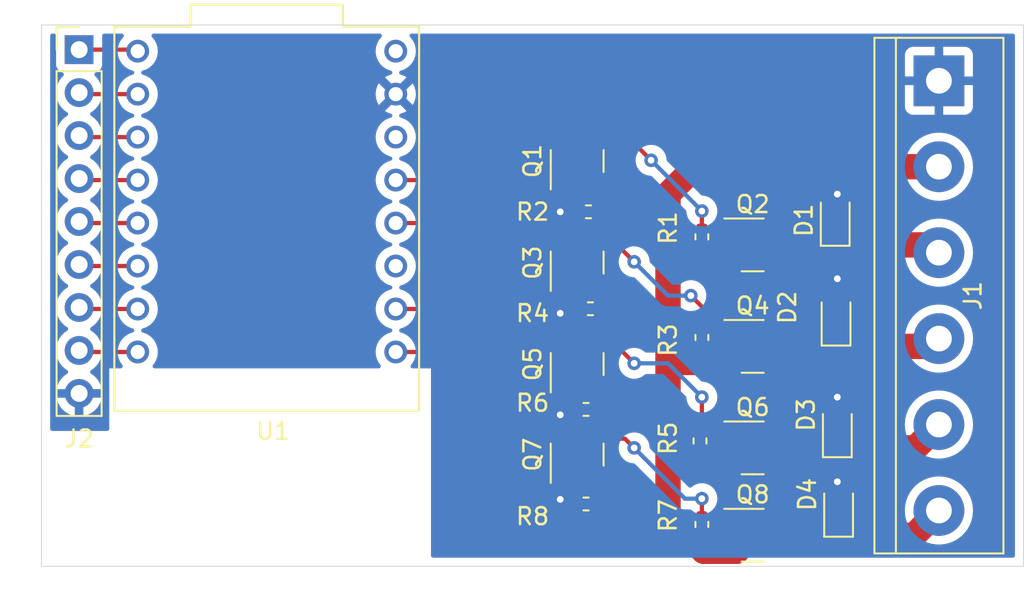
<source format=kicad_pcb>
(kicad_pcb (version 20211014) (generator pcbnew)

  (general
    (thickness 1.6)
  )

  (paper "A4")
  (layers
    (0 "F.Cu" signal)
    (31 "B.Cu" signal)
    (32 "B.Adhes" user "B.Adhesive")
    (33 "F.Adhes" user "F.Adhesive")
    (34 "B.Paste" user)
    (35 "F.Paste" user)
    (36 "B.SilkS" user "B.Silkscreen")
    (37 "F.SilkS" user "F.Silkscreen")
    (38 "B.Mask" user)
    (39 "F.Mask" user)
    (40 "Dwgs.User" user "User.Drawings")
    (41 "Cmts.User" user "User.Comments")
    (42 "Eco1.User" user "User.Eco1")
    (43 "Eco2.User" user "User.Eco2")
    (44 "Edge.Cuts" user)
    (45 "Margin" user)
    (46 "B.CrtYd" user "B.Courtyard")
    (47 "F.CrtYd" user "F.Courtyard")
    (48 "B.Fab" user)
    (49 "F.Fab" user)
    (50 "User.1" user)
    (51 "User.2" user)
    (52 "User.3" user)
    (53 "User.4" user)
    (54 "User.5" user)
    (55 "User.6" user)
    (56 "User.7" user)
    (57 "User.8" user)
    (58 "User.9" user)
  )

  (setup
    (stackup
      (layer "F.SilkS" (type "Top Silk Screen"))
      (layer "F.Paste" (type "Top Solder Paste"))
      (layer "F.Mask" (type "Top Solder Mask") (thickness 0.01))
      (layer "F.Cu" (type "copper") (thickness 0.035))
      (layer "dielectric 1" (type "core") (thickness 1.51) (material "FR4") (epsilon_r 4.5) (loss_tangent 0.02))
      (layer "B.Cu" (type "copper") (thickness 0.035))
      (layer "B.Mask" (type "Bottom Solder Mask") (thickness 0.01))
      (layer "B.Paste" (type "Bottom Solder Paste"))
      (layer "B.SilkS" (type "Bottom Silk Screen"))
      (copper_finish "None")
      (dielectric_constraints no)
    )
    (pad_to_mask_clearance 0)
    (pcbplotparams
      (layerselection 0x00010fc_ffffffff)
      (disableapertmacros false)
      (usegerberextensions true)
      (usegerberattributes false)
      (usegerberadvancedattributes false)
      (creategerberjobfile false)
      (svguseinch false)
      (svgprecision 6)
      (excludeedgelayer true)
      (plotframeref false)
      (viasonmask false)
      (mode 1)
      (useauxorigin false)
      (hpglpennumber 1)
      (hpglpenspeed 20)
      (hpglpendiameter 15.000000)
      (dxfpolygonmode true)
      (dxfimperialunits true)
      (dxfusepcbnewfont true)
      (psnegative false)
      (psa4output false)
      (plotreference true)
      (plotvalue false)
      (plotinvisibletext false)
      (sketchpadsonfab false)
      (subtractmaskfromsilk true)
      (outputformat 1)
      (mirror false)
      (drillshape 0)
      (scaleselection 1)
      (outputdirectory "gerbers/")
    )
  )

  (net 0 "")
  (net 1 "GND")
  (net 2 "+24V")
  (net 3 "M1")
  (net 4 "M2")
  (net 5 "M3")
  (net 6 "M4")
  (net 7 "TRIGGER_M1")
  (net 8 "Net-(Q3-Pad2)")
  (net 9 "TRIGGER_M2")
  (net 10 "Net-(Q7-Pad2)")
  (net 11 "TRIGGER_M3")
  (net 12 "Net-(Q7-Pad3)")
  (net 13 "TRIGGER_M4")
  (net 14 "Net-(Q5-Pad2)")
  (net 15 "Net-(U1-Pad5)")
  (net 16 "Net-(U1-Pad6)")
  (net 17 "Net-(U1-Pad7)")
  (net 18 "Net-(U1-Pad8)")
  (net 19 "Net-(U1-Pad9)")
  (net 20 "Net-(U1-Pad10)")
  (net 21 "Net-(U1-Pad20)")
  (net 22 "Net-(U1-Pad21)")
  (net 23 "unconnected-(U1-Pad2)")
  (net 24 "unconnected-(U1-Pad3.3)")
  (net 25 "unconnected-(U1-Pad5V)")
  (net 26 "Net-(Q5-Pad3)")
  (net 27 "Net-(Q3-Pad3)")
  (net 28 "Net-(Q1-Pad2)")
  (net 29 "Net-(Q1-Pad3)")

  (footprint "Resistor_SMD:R_0402_1005Metric" (layer "F.Cu") (at 76 49.525 -90))

  (footprint "Diode_SMD:D_SOD-323" (layer "F.Cu") (at 83.875 31.55 90))

  (footprint "Resistor_SMD:R_0402_1005Metric" (layer "F.Cu") (at 75.89 44.591359 -90))

  (footprint "Connector_PinHeader_2.54mm:PinHeader_1x09_P2.54mm_Vertical" (layer "F.Cu") (at 39.22 21.46))

  (footprint "Diode_SMD:D_SOD-323" (layer "F.Cu") (at 84.075 48.75 90))

  (footprint "Resistor_SMD:R_0402_1005Metric" (layer "F.Cu") (at 69.417398 36.775109))

  (footprint "Package_TO_SOT_SMD:SOT-23" (layer "F.Cu") (at 79 50.1625))

  (footprint "Package_TO_SOT_SMD:SOT-23" (layer "F.Cu") (at 79 39))

  (footprint "TerminalBlock:TerminalBlock_bornier-6_P5.08mm" (layer "F.Cu") (at 90 23.3 -90))

  (footprint "Package_TO_SOT_SMD:SOT-23" (layer "F.Cu") (at 79 45))

  (footprint "Resistor_SMD:R_0402_1005Metric" (layer "F.Cu") (at 69.300116 31.045109))

  (footprint "Package_TO_SOT_SMD:SOT-23" (layer "F.Cu") (at 68.635116 34.045109 90))

  (footprint "Resistor_SMD:R_0402_1005Metric" (layer "F.Cu") (at 69.160116 42.725109))

  (footprint "Package_TO_SOT_SMD:SOT-23" (layer "F.Cu") (at 68.635116 45.395109 90))

  (footprint "ESP32-C3_SUPERMINI_TH:MODULE_ESP32-C3_SUPERMINI_TH" (layer "F.Cu") (at 50.3 31.45))

  (footprint "Package_TO_SOT_SMD:SOT-23" (layer "F.Cu") (at 68.635116 28.045109 90))

  (footprint "Resistor_SMD:R_0402_1005Metric" (layer "F.Cu") (at 69.160116 48.315109))

  (footprint "Package_TO_SOT_SMD:SOT-23" (layer "F.Cu") (at 79 33))

  (footprint "Package_TO_SOT_SMD:SOT-23" (layer "F.Cu") (at 68.635116 40.045109 90))

  (footprint "Resistor_SMD:R_0402_1005Metric" (layer "F.Cu") (at 76 38.475 -90))

  (footprint "Diode_SMD:D_SOD-323" (layer "F.Cu") (at 83.925 37.45 90))

  (footprint "Resistor_SMD:R_0402_1005Metric" (layer "F.Cu") (at 76 32.525 -90))

  (footprint "Diode_SMD:D_SOD-323" (layer "F.Cu") (at 84 44.05 90))

  (gr_poly
    (pts
      (xy 95 52)
      (xy 37 52)
      (xy 37 20)
      (xy 95 20)
    ) (layer "Edge.Cuts") (width 0.05) (fill none) (tstamp 653e0f92-7f36-4985-8545-f511cfbcd375))

  (segment (start 83.925 36.4) (end 83.925 35.075) (width 0.25) (layer "F.Cu") (net 1) (tstamp 2098389f-b210-4b32-8965-b62483e410ed))
  (segment (start 68.650116 42.725109) (end 67.955116 42.725109) (width 0.25) (layer "F.Cu") (net 1) (tstamp 2244271f-0e4c-4b74-a85b-24b019713007))
  (segment (start 83.925 35.075) (end 84 35) (width 0.25) (layer "F.Cu") (net 1) (tstamp 35a88bfd-a53e-4d55-8517-5e5bdca87d67))
  (segment (start 83.875 30.125) (end 84 30) (width 0.25) (layer "F.Cu") (net 1) (tstamp 39507033-cf76-43d3-aa17-e0d9fd3620ca))
  (segment (start 68.650116 48.315109) (end 67.905116 48.315109) (width 0.25) (layer "F.Cu") (net 1) (tstamp 4f5926b4-7c86-4093-bfc2-f841b5e20234))
  (segment (start 67.955116 42.725109) (end 67.635116 43.045109) (width 0.25) (layer "F.Cu") (net 1) (tstamp 585a62c6-5659-4191-bb8b-ec194bd9b41f))
  (segment (start 68.907398 36.775109) (end 67.905116 36.775109) (width 0.25) (layer "F.Cu") (net 1) (tstamp 81a47464-1d4e-4d07-bcdf-1aaa022c3579))
  (segment (start 84.075 47.075) (end 84 47) (width 0.25) (layer "F.Cu") (net 1) (tstamp 89acc2fc-c1bc-41c1-9c4b-d17c5a06b6c2))
  (segment (start 67.905116 48.315109) (end 67.635116 48.045109) (width 0.25) (layer "F.Cu") (net 1) (tstamp b0f77f69-470b-47d4-82d8-1b8cb682b6fa))
  (segment (start 84.075 47.7) (end 84.075 47.075) (width 0.25) (layer "F.Cu") (net 1) (tstamp c5f0d917-b6b1-4978-a0fb-2d7d52d629d4))
  (segment (start 84 43) (end 84 42) (width 0.25) (layer "F.Cu") (net 1) (tstamp d6e23c21-11d0-44de-abd5-07a42bd705a7))
  (segment (start 83.875 30.5) (end 83.875 30.125) (width 0.25) (layer "F.Cu") (net 1) (tstamp d754ac43-db50-4dce-908b-3cf9a7038225))
  (segment (start 68.790116 31.045109) (end 67.635116 31.045109) (width 0.25) (layer "F.Cu") (net 1) (tstamp dc358e60-1647-47ae-b66d-e5bd46f0e4b5))
  (segment (start 67.905116 36.775109) (end 67.635116 37.045109) (width 0.25) (layer "F.Cu") (net 1) (tstamp f26453e9-48ea-4a6c-9d23-b48b4d32528d))
  (via (at 67.635116 37.045109) (size 0.8) (drill 0.4) (layers "F.Cu" "B.Cu") (net 1) (tstamp 39209e8a-16a8-45fe-9521-5e9f62085a91))
  (via (at 84 30) (size 0.8) (drill 0.4) (layers "F.Cu" "B.Cu") (net 1) (tstamp 426ee7fd-2c0c-4674-b4ed-a83f60d65a5b))
  (via (at 67.635116 43.045109) (size 0.8) (drill 0.4) (layers "F.Cu" "B.Cu") (net 1) (tstamp 7df92122-d0a6-4c01-9cbb-b249442ddd23))
  (via (at 84 35) (size 0.8) (drill 0.4) (layers "F.Cu" "B.Cu") (net 1) (tstamp 9b223646-7545-486a-a738-f92f446e9e2d))
  (via (at 84 47) (size 0.8) (drill 0.4) (layers "F.Cu" "B.Cu") (net 1) (tstamp 9bfa580e-125d-407a-98ee-bee26c073865))
  (via (at 67.635116 31.045109) (size 0.8) (drill 0.4) (layers "F.Cu" "B.Cu") (net 1) (tstamp a2fb96d7-8f9a-49b8-af80-10794defb9fe))
  (via (at 84 42) (size 0.8) (drill 0.4) (layers "F.Cu" "B.Cu") (net 1) (tstamp bcbb9906-1505-44fe-b083-575c1e319289))
  (via (at 67.635116 48.045109) (size 0.8) (drill 0.4) (layers "F.Cu" "B.Cu") (net 1) (tstamp bd2a8c87-c014-49a3-b051-c88cf9b054af))
  (segment (start 74.95 45.95) (end 78.0625 45.95) (width 1.5) (layer "F.Cu") (net 2) (tstamp 055168ab-7c00-4def-a385-ec28a20cbcbc))
  (segment (start 90 28.38) (end 75.62 28.38) (width 1.5) (layer "F.Cu") (net 2) (tstamp 0d074657-cf30-4530-96ae-c5e4a4c6ec1d))
  (segment (start 76.1125 51.1125) (end 78.0625 51.1125) (width 1.5) (layer "F.Cu") (net 2) (tstamp 1560b4e7-bad0-4840-9fa3-5339bef9a0b7))
  (segment (start 74 39) (end 74 45) (width 1.5) (layer "F.Cu") (net 2) (tstamp 29309eb0-6386-4362-85fc-9c0ea8efc2d6))
  (segment (start 74 45) (end 74 49) (width 1.5) (layer "F.Cu") (net 2) (tstamp 2e9291a6-812a-4ab5-a1c4-1e75adfcfc3a))
  (segment (start 74 33) (end 74 39) (width 1.5) (layer "F.Cu") (net 2) (tstamp 30a6b575-4e4e-4025-aa10-6c0500553a36))
  (segment (start 74.95 39.95) (end 78.0625 39.95) (width 1.5) (layer "F.Cu") (net 2) (tstamp 39bb30d3-0c59-4df4-98be-affbc44bff86))
  (segment (start 75.62 28.38) (end 74 30) (width 1.5) (layer "F.Cu") (net 2) (tstamp 3dd77050-6260-4efb-845c-551a0df25b35))
  (segment (start 74 49) (end 76.1125 51.1125) (width 1.5) (layer "F.Cu") (net 2) (tstamp 3f41ef36-3691-4b14-936a-ab8b55f4667a))
  (segment (start 74.95 33.95) (end 78.0625 33.95) (width 1.5) (layer "F.Cu") (net 2) (tstamp 4b01664a-c585-4173-a453-a4701e05fbd5))
  (segment (start 74 39) (end 74.95 39.95) (width 1.5) (layer "F.Cu") (net 2) (tstamp c86daa5a-6a95-4fc0-9e0b-0def6f90cdf0))
  (segment (start 74 33) (end 74.95 33.95) (width 1.5) (layer "F.Cu") (net 2) (tstamp dbd1316b-f32a-486b-8aed-37af644a447b))
  (segment (start 74 45) (end 74.95 45.95) (width 1.5) (layer "F.Cu") (net 2) (tstamp e05c9f74-3f6e-45f4-9298-efd63ae7fce7))
  (segment (start 74 30) (end 74 33) (width 1.5) (layer "F.Cu") (net 2) (tstamp f5a2125c-37f4-4078-8792-a3156f5c6356))
  (segment (start 79.9375 33) (end 89.54 33) (width 1.5) (layer "F.Cu") (net 3) (tstamp 5bb95c19-daa7-4651-8f39-a9aeb3bbb83b))
  (segment (start 89.54 33) (end 90 33.46) (width 1.5) (layer "F.Cu") (net 3) (tstamp 7044d87f-bb18-4ab6-8984-148f4a9ef093))
  (segment (start 89.54 39) (end 90 38.54) (width 1.5) (layer "F.Cu") (net 4) (tstamp 9c7d0e65-0901-44dc-883e-c1767ce41d7f))
  (segment (start 79.9375 39) (end 89.54 39) (width 1.5) (layer "F.Cu") (net 4) (tstamp c7e2b420-c472-494d-9e5c-28eea10050f1))
  (segment (start 79.9375 45) (end 88.62 45) (width 1.5) (layer "F.Cu") (net 5) (tstamp 50635b9d-ae47-4ff7-811e-44620b656b81))
  (segment (start 88.62 45) (end 90 43.62) (width 1.5) (layer "F.Cu") (net 5) (tstamp cbae3513-8c2b-4fc7-af52-624439be2cb7))
  (segment (start 79.9375 50.1625) (end 88.5375 50.1625) (width 1.5) (layer "F.Cu") (net 6) (tstamp 71efb63b-04ef-450c-b028-ed45ccc9f653))
  (segment (start 88.5375 50.1625) (end 90 48.7) (width 1.5) (layer "F.Cu") (net 6) (tstamp 82d93d07-386a-4ec6-b762-6bd4bdbcfb8b))
  (segment (start 57.92 29.17) (end 67.83 29.17) (width 0.25) (layer "F.Cu") (net 7) (tstamp 8fac14eb-dea1-42cf-8724-efc37d179d8b))
  (segment (start 69.585116 36.432827) (end 69.927398 36.775109) (width 0.25) (layer "F.Cu") (net 8) (tstamp d23dd2b8-1eff-463e-b45e-00d9715e8dcf))
  (segment (start 69.585116 34.982609) (end 69.585116 36.432827) (width 0.25) (layer "F.Cu") (net 8) (tstamp f0a49f51-f020-4911-8f6a-042feebb3131))
  (segment (start 57.92 31.71) (end 64.71 31.71) (width 0.25) (layer "F.Cu") (net 9) (tstamp 658b3560-422c-4013-ad57-195a58471dad))
  (segment (start 67.685116 34.685116) (end 64.71 31.71) (width 0.25) (layer "F.Cu") (net 9) (tstamp f9f67ed9-04be-488c-a6eb-43d1ea22b4b4))
  (segment (start 69.585116 46.332609) (end 69.585116 48.230109) (width 0.25) (layer "F.Cu") (net 10) (tstamp 31f7d99e-d30d-4057-98a1-9a7a62ae8224))
  (segment (start 69.585116 48.230109) (end 69.670116 48.315109) (width 0.25) (layer "F.Cu") (net 10) (tstamp 56b80df4-5213-410c-9bc1-8176f10d4a85))
  (segment (start 63.492507 36.79) (end 67.685116 40.982609) (width 0.25) (layer "F.Cu") (net 11) (tstamp 9bb414ac-4351-4889-b864-a749b0ab9d35))
  (segment (start 57.92 36.79) (end 63.492507 36.79) (width 0.25) (layer "F.Cu") (net 11) (tstamp f8097957-a1bf-451b-92ac-3547a671de12))
  (segment (start 76 48) (end 76 49.015) (width 0.25) (layer "F.Cu") (net 12) (tstamp 065b5b3a-d974-4be8-9d3e-7508d4a094d7))
  (segment (start 68.635116 44.457609) (end 71.457609 44.457609) (width 0.25) (layer "F.Cu") (net 12) (tstamp 2543d4a6-2ae8-43cd-8206-9bfd9713833e))
  (segment (start 71.457609 44.457609) (end 72 45) (width 0.25) (layer "F.Cu") (net 12) (tstamp 66294cce-88ce-43be-adc0-10d135eb0d66))
  (segment (start 77.865 49.015) (end 78.0625 49.2125) (width 0.25) (layer "F.Cu") (net 12) (tstamp 7bd60fb6-6e69-4994-8854-4ad6cbe275d1))
  (segment (start 76 49.015) (end 77.865 49.015) (width 0.25) (layer "F.Cu") (net 12) (tstamp dc4118d7-2c8e-4f3e-899c-15467479283c))
  (via (at 76 48) (size 0.8) (drill 0.4) (layers "F.Cu" "B.Cu") (net 12) (tstamp 022341c2-84b3-4121-8e17-adb35ccd67bf))
  (via (at 72 45) (size 0.8) (drill 0.4) (layers "F.Cu" "B.Cu") (net 12) (tstamp be667823-f4d0-44eb-b03e-5118f28ff968))
  (segment (start 75 48) (end 76 48) (width 0.25) (layer "B.Cu") (net 12) (tstamp 52cdd3a1-78a2-48cf-88e0-8108a4cfbc8d))
  (segment (start 72 45) (end 75 48) (width 0.25) (layer "B.Cu") (net 12) (tstamp 7b1d8e46-adf3-467b-a8e0-eeeed790c5b3))
  (segment (start 57.92 39.33) (end 60.682507 39.33) (width 0.25) (layer "F.Cu") (net 13) (tstamp 181b3881-d1c3-46b1-8cad-0d7d9979e771))
  (segment (start 60.682507 39.33) (end 67.685116 46.332609) (width 0.25) (layer "F.Cu") (net 13) (tstamp 2afe9671-6584-4b10-9704-50a6e769952f))
  (segment (start 69.585116 42.640109) (end 69.670116 42.725109) (width 0.25) (layer "F.Cu") (net 14) (tstamp 39c5a466-87df-4a9f-9926-6baae635c4eb))
  (segment (start 69.585116 40.982609) (end 69.585116 42.640109) (width 0.25) (layer "F.Cu") (net 14) (tstamp 64bfd599-b203-4b56-b893-4a5910cb4dde))
  (segment (start 39.22 21.46) (end 42.59 21.46) (width 0.25) (layer "F.Cu") (net 15) (tstamp 37e773f5-a1be-4f54-bd3d-032e221b3ae5))
  (segment (start 42.59 21.46) (end 42.68 21.55) (width 0.25) (layer "F.Cu") (net 15) (tstamp 56ad2978-311b-4a6a-96e2-a8ff90f8e5c3))
  (segment (start 42.68 24.09) (end 39.31 24.09) (width 0.25) (layer "F.Cu") (net 16) (tstamp 20a35f9c-3a87-4c25-a567-929084130422))
  (segment (start 39.31 24.09) (end 39.22 24) (width 0.25) (layer "F.Cu") (net 16) (tstamp 3e54954b-5981-4725-b901-b99a305f3101))
  (segment (start 39.31 26.63) (end 39.22 26.54) (width 0.25) (layer "F.Cu") (net 17) (tstamp 2b0e4876-b8c8-452c-bf59-070b15b531d9))
  (segment (start 42.68 26.63) (end 39.31 26.63) (width 0.25) (layer "F.Cu") (net 17) (tstamp 8bb89b19-727f-4b8b-b008-465c596e9093))
  (segment (start 42.68 29.17) (end 39.31 29.17) (width 0.25) (layer "F.Cu") (net 18) (tstamp 122db1f8-9245-4424-a4dd-d2f882ffa632))
  (segment (start 39.31 29.17) (end 39.22 29.08) (width 0.25) (layer "F.Cu") (net 18) (tstamp 31e2ca4f-98b0-406f-a595-986add20f88e))
  (segment (start 39.31 31.71) (end 39.22 31.62) (width 0.25) (layer "F.Cu") (net 19) (tstamp 114f5107-5d32-43b9-8751-b18ed6e4a080))
  (segment (start 42.68 31.71) (end 39.31 31.71) (width 0.25) (layer "F.Cu") (net 19) (tstamp 7477f956-74f0-4c0f-a278-8044da923970))
  (segment (start 39.31 34.25) (end 39.22 34.16) (width 0.25) (layer "F.Cu") (net 20) (tstamp 526f6fd5-576e-495e-b9f7-f31f737b062d))
  (segment (start 42.68 34.25) (end 39.31 34.25) (width 0.25) (layer "F.Cu") (net 20) (tstamp 7a5024b5-aa98-4824-92e7-10fc37e45258))
  (segment (start 39.31 36.79) (end 39.22 36.7) (width 0.25) (layer "F.Cu") (net 21) (tstamp 4c2b3a7d-f751-4d85-ab09-f5ba6a27ed1c))
  (segment (start 42.68 36.79) (end 39.31 36.79) (width 0.25) (layer "F.Cu") (net 21) (tstamp daff6d3e-86ee-4f86-ba57-94401f60e86e))
  (segment (start 42.68 39.33) (end 39.31 39.33) (width 0.25) (layer "F.Cu") (net 22) (tstamp 394bbf44-e852-415f-a52b-2e2cca4de969))
  (segment (start 39.31 39.33) (end 39.22 39.24) (width 0.25) (layer "F.Cu") (net 22) (tstamp af6fd388-eb58-46b5-abcc-9f32dc32451d))
  (segment (start 71.107609 39.107609) (end 72 40) (width 0.25) (layer "F.Cu") (net 26) (tstamp 1553ae9a-33cf-4b7e-9ebd-18de57fb863e))
  (segment (start 68.635116 39.107609) (end 71.107609 39.107609) (width 0.25) (layer "F.Cu") (net 26) (tstamp 23229ea1-481a-4723-8b85-3dafb215bc03))
  (segment (start 76 44) (end 75.918641 44.081359) (width 0.25) (layer "F.Cu") (net 26) (tstamp 410f9e94-434f-4ca4-8258-8f1b6c35b6d7))
  (segment (start 75.918641 44.081359) (end 75.89 44.081359) (width 0.25) (layer "F.Cu") (net 26) (tstamp 69a3ba0a-3952-473f-aca0-5388ef92f0b6))
  (segment (start 76 42) (end 76 44) (width 0.25) (layer "F.Cu") (net 26) (tstamp adcbda58-6a36-4c9b-973c-f22835171a65))
  (segment (start 75.89 44.081359) (end 78.031141 44.081359) (width 0.25) (layer "F.Cu") (net 26) (tstamp dbb96ce0-d7f7-4cca-a500-03399973290c))
  (segment (start 78.031141 44.081359) (end 78.0625 44.05) (width 0.25) (layer "F.Cu") (net 26) (tstamp f2234d7a-85d3-4a4e-9506-d937964d9782))
  (via (at 72 40) (size 0.8) (drill 0.4) (layers "F.Cu" "B.Cu") (net 26) (tstamp 3658722e-8916-4f42-9ada-e52c914f5256))
  (via (at 76 42) (size 0.8) (drill 0.4) (layers "F.Cu" "B.Cu") (net 26) (tstamp bb131ed1-b82e-42d9-a32e-9ef6500bc4c8))
  (segment (start 74 40) (end 76 42) (width 0.25) (layer "B.Cu") (net 26) (tstamp 06ee5540-d563-4fcf-b582-7283d9e5eeaf))
  (segment (start 72 40) (end 74 40) (width 0.25) (layer "B.Cu") (net 26) (tstamp 0ca95bc4-14e8-45ee-bffc-22772cc74c5f))
  (segment (start 76 37.965) (end 77.9775 37.965) (width 0.25) (layer "F.Cu") (net 27) (tstamp 3ec72cbf-7925-42ce-849f-8a30bece0c03))
  (segment (start 71.107609 33.107609) (end 72 34) (width 0.25) (layer "F.Cu") (net 27) (tstamp 4153ebef-89ed-4129-baa5-e116b08ce769))
  (segment (start 75.3495 36) (end 76 36.6505) (width 0.25) (layer "F.Cu") (net 27) (tstamp 43dc9cfd-3c1f-4add-a9e8-7cf5927debba))
  (segment (start 76 36.6505) (end 76 37.965) (width 0.25) (layer "F.Cu") (net 27) (tstamp 7118311c-5d8c-49ac-b141-b55b72dc06c6))
  (segment (start 68.635116 33.107609) (end 71.107609 33.107609) (width 0.25) (layer "F.Cu") (net 27) (tstamp 8cd50f2b-5d9b-4b7d-abde-d2d868b4c2e7))
  (segment (start 77.9775 37.965) (end 78.0625 38.05) (width 0.25) (layer "F.Cu") (net 27) (tstamp e301ddd4-a65a-4373-b4d8-6bc7005b23c6))
  (via (at 72 34) (size 0.8) (drill 0.4) (layers "F.Cu" "B.Cu") (net 27) (tstamp 9cf8bffc-2301-4513-af3f-17bc5ecc6a73))
  (via (at 75.3495 36) (size 0.8) (drill 0.4) (layers "F.Cu" "B.Cu") (net 27) (tstamp b204cdca-4ca9-4f7b-a65d-2d77aca10ca7))
  (segment (start 74 36) (end 75.3495 36) (width 0.25) (layer "B.Cu") (net 27) (tstamp cb715ac4-6860-47de-8718-1bf954351c18))
  (segment (start 72 34) (end 74 36) (width 0.25) (layer "B.Cu") (net 27) (tstamp faf18655-6ad3-4e44-a198-9dba10b11b4e))
  (segment (start 69.585116 30.820109) (end 69.810116 31.045109) (width 0.25) (layer "F.Cu") (net 28) (tstamp 68f2f87f-b538-4169-89de-860494fb9857))
  (segment (start 69.585116 28.982609) (end 69.585116 30.820109) (width 0.25) (layer "F.Cu") (net 28) (tstamp 8902e54d-c0ae-4048-a848-ac57df01c524))
  (segment (start 78.0275 32.015) (end 78.0625 32.05) (width 0.25) (layer "F.Cu") (net 29) (tstamp 2eef24da-37c2-445f-a511-60560bdb925e))
  (segment (start 68.635116 27.107609) (end 72.107609 27.107609) (width 0.25) (layer "F.Cu") (net 29) (tstamp 4f3b11df-c881-4473-bf1c-525455be5b38))
  (segment (start 72.107609 27.107609) (end 73 28) (width 0.25) (layer "F.Cu") (net 29) (tstamp 5beec72f-bebb-4e41-8d85-b747a31be66d))
  (segment (start 76 32.015) (end 78.0275 32.015) (width 0.25) (layer "F.Cu") (net 29) (tstamp 707bf3c5-cbfa-41e9-8b69-c31ad342ab50))
  (segment (start 76 31) (end 76 32.015) (width 0.25) (layer "F.Cu") (net 29) (tstamp 90fbb1c8-4c19-45bf-bfd0-c2e8be27e79a))
  (via (at 73 28) (size 0.8) (drill 0.4) (layers "F.Cu" "B.Cu") (net 29) (tstamp 18a3bfef-fd89-4566-a8e7-cdd8adc99a4c))
  (via (at 76 31) (size 0.8) (drill 0.4) (layers "F.Cu" "B.Cu") (net 29) (tstamp 1f61ae6a-b356-43f3-ad93-a86d9bc74c03))
  (segment (start 73 28) (end 76 31) (width 0.25) (layer "B.Cu") (net 29) (tstamp 98730190-95ba-46fe-b060-fe14872e4e2b))

  (zone (net 0) (net_name "") (layer "B.Cu") (tstamp 5053719c-b309-43cc-9af8-b8b33d63a89d) (hatch edge 0.508)
    (connect_pads (clearance 0))
    (min_thickness 0.254)
    (keepout (tracks not_allowed) (vias not_allowed) (pads not_allowed) (copperpour not_allowed) (footprints allowed))
    (fill (thermal_gap 0.508) (thermal_bridge_width 0.508))
    (polygon
      (pts
        (xy 60 44)
        (xy 41 44)
        (xy 41 40.3)
        (xy 60 40.3)
      )
    )
  )
  (zone (net 1) (net_name "GND") (layer "B.Cu") (tstamp 883b4c94-c3d5-46c6-a7db-f62524f31863) (hatch edge 0.508)
    (connect_pads (clearance 0.508))
    (min_thickness 0.254) (filled_areas_thickness no)
    (fill yes (thermal_gap 0.508) (thermal_bridge_width 0.508))
    (polygon
      (pts
        (xy 95 52)
        (xy 60 52)
        (xy 60 44)
        (xy 37 44)
        (xy 37 20)
        (xy 95 20)
      )
    )
    (filled_polygon
      (layer "B.Cu")
      (pts
        (xy 57.047378 20.528502)
        (xy 57.093871 20.582158)
        (xy 57.103975 20.652432)
        (xy 57.074481 20.717012)
        (xy 57.064474 20.72708)
        (xy 57.062911 20.728727)
        (xy 57.05857 20.732534)
        (xy 56.924023 20.903205)
        (xy 56.921335 20.908314)
        (xy 56.825521 21.090426)
        (xy 56.825519 21.090431)
        (xy 56.822832 21.095538)
        (xy 56.821118 21.101059)
        (xy 56.760936 21.294877)
        (xy 56.758385 21.303091)
        (xy 56.732841 21.518913)
        (xy 56.747055 21.735776)
        (xy 56.800551 21.946418)
        (xy 56.891538 22.143783)
        (xy 57.016968 22.321262)
        (xy 57.172641 22.472912)
        (xy 57.177437 22.476117)
        (xy 57.17744 22.476119)
        (xy 57.285462 22.548297)
        (xy 57.353342 22.593653)
        (xy 57.358645 22.595931)
        (xy 57.358648 22.595933)
        (xy 57.521923 22.666081)
        (xy 57.553022 22.679442)
        (xy 57.600048 22.690083)
        (xy 57.623974 22.695497)
        (xy 57.686001 22.73004)
        (xy 57.719505 22.792634)
        (xy 57.713851 22.863405)
        (xy 57.670832 22.919884)
        (xy 57.623768 22.939903)
        (xy 57.624038 22.940911)
        (xy 57.607342 22.945385)
        (xy 57.414372 23.016576)
        (xy 57.403994 23.021526)
        (xy 57.298395 23.084351)
        (xy 57.288797 23.094684)
        (xy 57.292283 23.103072)
        (xy 57.907189 23.717979)
        (xy 57.921132 23.725592)
        (xy 57.922966 23.725461)
        (xy 57.92958 23.72121)
        (xy 58.543937 23.106852)
        (xy 58.550694 23.094477)
        (xy 58.544664 23.086421)
        (xy 58.463802 23.035401)
        (xy 58.453551 23.030178)
        (xy 58.447804 23.027885)
        (xy 87.992 23.027885)
        (xy 87.996475 23.043124)
        (xy 87.997865 23.044329)
        (xy 88.005548 23.046)
        (xy 89.727885 23.046)
        (xy 89.743124 23.041525)
        (xy 89.744329 23.040135)
        (xy 89.746 23.032452)
        (xy 89.746 23.027885)
        (xy 90.254 23.027885)
        (xy 90.258475 23.043124)
        (xy 90.259865 23.044329)
        (xy 90.267548 23.046)
        (xy 91.989884 23.046)
        (xy 92.005123 23.041525)
        (xy 92.006328 23.040135)
        (xy 92.007999 23.032452)
        (xy 92.007999 21.755331)
        (xy 92.007629 21.74851)
        (xy 92.002105 21.697648)
        (xy 91.998479 21.682396)
        (xy 91.953324 21.561946)
        (xy 91.944786 21.546351)
        (xy 91.868285 21.444276)
        (xy 91.855724 21.431715)
        (xy 91.753649 21.355214)
        (xy 91.738054 21.346676)
        (xy 91.617606 21.301522)
        (xy 91.602351 21.297895)
        (xy 91.551486 21.292369)
        (xy 91.544672 21.292)
        (xy 90.272115 21.292)
        (xy 90.256876 21.296475)
        (xy 90.255671 21.297865)
        (xy 90.254 21.305548)
        (xy 90.254 23.027885)
        (xy 89.746 23.027885)
        (xy 89.746 21.310116)
        (xy 89.741525 21.294877)
        (xy 89.740135 21.293672)
        (xy 89.732452 21.292001)
        (xy 88.455331 21.292001)
        (xy 88.44851 21.292371)
        (xy 88.397648 21.297895)
        (xy 88.382396 21.301521)
        (xy 88.261946 21.346676)
        (xy 88.246351 21.355214)
        (xy 88.144276 21.431715)
        (xy 88.131715 21.444276)
        (xy 88.055214 21.546351)
        (xy 88.046676 21.561946)
        (xy 88.001522 21.682394)
        (xy 87.997895 21.697649)
        (xy 87.992369 21.748514)
        (xy 87.992 21.755328)
        (xy 87.992 23.027885)
        (xy 58.447804 23.027885)
        (xy 58.262513 22.953962)
        (xy 58.251475 22.950692)
        (xy 58.221652 22.94476)
        (xy 58.158742 22.911853)
        (xy 58.12361 22.850158)
        (xy 58.12741 22.779263)
        (xy 58.168936 22.721677)
        (xy 58.205732 22.701868)
        (xy 58.397555 22.636754)
        (xy 58.39756 22.636752)
        (xy 58.403027 22.634896)
        (xy 58.4726 22.595933)
        (xy 58.587607 22.531526)
        (xy 58.587611 22.531523)
        (xy 58.592645 22.528704)
        (xy 58.597082 22.525014)
        (xy 58.597086 22.525011)
        (xy 58.755298 22.393427)
        (xy 58.759736 22.389736)
        (xy 58.820607 22.316547)
        (xy 58.895011 22.227086)
        (xy 58.895014 22.227082)
        (xy 58.898704 22.222645)
        (xy 58.901523 22.217611)
        (xy 58.901526 22.217607)
        (xy 59.002073 22.038068)
        (xy 59.002073 22.038067)
        (xy 59.004896 22.033027)
        (xy 59.074753 21.827232)
        (xy 59.075581 21.821523)
        (xy 59.075582 21.821518)
        (xy 59.105405 21.615826)
        (xy 59.105938 21.612152)
        (xy 59.107566 21.55)
        (xy 59.08768 21.333583)
        (xy 59.079774 21.305548)
        (xy 59.030256 21.129973)
        (xy 59.030255 21.129971)
        (xy 59.028688 21.124414)
        (xy 58.932566 20.929498)
        (xy 58.802534 20.755363)
        (xy 58.771876 20.727023)
        (xy 58.735432 20.666097)
        (xy 58.737713 20.595137)
        (xy 58.777995 20.536674)
        (xy 58.84349 20.509271)
        (xy 58.857406 20.5085)
        (xy 94.3655 20.5085)
        (xy 94.433621 20.528502)
        (xy 94.480114 20.582158)
        (xy 94.4915 20.6345)
        (xy 94.4915 51.3655)
        (xy 94.471498 51.433621)
        (xy 94.417842 51.480114)
        (xy 94.3655 51.4915)
        (xy 60.126 51.4915)
        (xy 60.057879 51.471498)
        (xy 60.011386 51.417842)
        (xy 60 51.3655)
        (xy 60 45)
        (xy 71.086496 45)
        (xy 71.106458 45.189928)
        (xy 71.165473 45.371556)
        (xy 71.26096 45.536944)
        (xy 71.388747 45.678866)
        (xy 71.543248 45.791118)
        (xy 71.549276 45.793802)
        (xy 71.549278 45.793803)
        (xy 71.711681 45.866109)
        (xy 71.717712 45.868794)
        (xy 71.811112 45.888647)
        (xy 71.898056 45.907128)
        (xy 71.898061 45.907128)
        (xy 71.904513 45.9085)
        (xy 71.960406 45.9085)
        (xy 72.028527 45.928502)
        (xy 72.049501 45.945405)
        (xy 74.496343 48.392247)
        (xy 74.503887 48.400537)
        (xy 74.508 48.407018)
        (xy 74.513777 48.412443)
        (xy 74.557667 48.453658)
        (xy 74.560509 48.456413)
        (xy 74.580231 48.476135)
        (xy 74.583373 48.478572)
        (xy 74.583433 48.478619)
        (xy 74.592445 48.486317)
        (xy 74.618036 48.510347)
        (xy 74.624679 48.516586)
        (xy 74.631622 48.520403)
        (xy 74.642431 48.526345)
        (xy 74.658953 48.537198)
        (xy 74.674959 48.549614)
        (xy 74.682237 48.552764)
        (xy 74.682238 48.552764)
        (xy 74.715537 48.567174)
        (xy 74.726187 48.572391)
        (xy 74.76494 48.593695)
        (xy 74.772615 48.595666)
        (xy 74.772616 48.595666)
        (xy 74.784562 48.598733)
        (xy 74.803267 48.605137)
        (xy 74.821855 48.613181)
        (xy 74.829678 48.61442)
        (xy 74.829688 48.614423)
        (xy 74.865524 48.620099)
        (xy 74.877144 48.622505)
        (xy 74.912289 48.631528)
        (xy 74.91997 48.6335)
        (xy 74.940224 48.6335)
        (xy 74.959934 48.635051)
        (xy 74.979943 48.63822)
        (xy 74.987835 48.637474)
        (xy 75.023961 48.634059)
        (xy 75.035819 48.6335)
        (xy 75.2918 48.6335)
        (xy 75.359921 48.653502)
        (xy 75.379147 48.669843)
        (xy 75.37942 48.66954)
        (xy 75.384332 48.673963)
        (xy 75.388747 48.678866)
        (xy 75.543248 48.791118)
        (xy 75.549276 48.793802)
        (xy 75.549278 48.793803)
        (xy 75.711681 48.866109)
        (xy 75.717712 48.868794)
        (xy 75.811112 48.888647)
        (xy 75.898056 48.907128)
        (xy 75.898061 48.907128)
        (xy 75.904513 48.9085)
        (xy 76.095487 48.9085)
        (xy 76.101939 48.907128)
        (xy 76.101944 48.907128)
        (xy 76.188888 48.888647)
        (xy 76.282288 48.868794)
        (xy 76.288319 48.866109)
        (xy 76.450722 48.793803)
        (xy 76.450724 48.793802)
        (xy 76.456752 48.791118)
        (xy 76.611181 48.678918)
        (xy 87.986917 48.678918)
        (xy 88.002682 48.95232)
        (xy 88.003507 48.956525)
        (xy 88.003508 48.956533)
        (xy 88.014127 49.010657)
        (xy 88.055405 49.221053)
        (xy 88.056792 49.225103)
        (xy 88.056793 49.225108)
        (xy 88.077605 49.285895)
        (xy 88.144112 49.480144)
        (xy 88.26716 49.724799)
        (xy 88.269586 49.728328)
        (xy 88.269589 49.728334)
        (xy 88.419843 49.946953)
        (xy 88.422274 49.95049)
        (xy 88.606582 50.153043)
        (xy 88.816675 50.328707)
        (xy 88.820316 50.330991)
        (xy 89.045024 50.471951)
        (xy 89.045028 50.471953)
        (xy 89.048664 50.474234)
        (xy 89.116544 50.504883)
        (xy 89.294345 50.585164)
        (xy 89.294349 50.585166)
        (xy 89.298257 50.58693)
        (xy 89.302377 50.58815)
        (xy 89.302376 50.58815)
        (xy 89.556723 50.663491)
        (xy 89.556727 50.663492)
        (xy 89.560836 50.664709)
        (xy 89.56507 50.665357)
        (xy 89.565075 50.665358)
        (xy 89.827298 50.705483)
        (xy 89.8273 50.705483)
        (xy 89.83154 50.706132)
        (xy 89.970912 50.708322)
        (xy 90.101071 50.710367)
        (xy 90.101077 50.710367)
        (xy 90.105362 50.710434)
        (xy 90.377235 50.677534)
        (xy 90.642127 50.608041)
        (xy 90.646087 50.606401)
        (xy 90.646092 50.606399)
        (xy 90.768631 50.555641)
        (xy 90.895136 50.503241)
        (xy 91.131582 50.365073)
        (xy 91.347089 50.196094)
        (xy 91.388809 50.153043)
        (xy 91.534686 50.002509)
        (xy 91.537669 49.999431)
        (xy 91.540202 49.995983)
        (xy 91.540206 49.995978)
        (xy 91.697257 49.782178)
        (xy 91.699795 49.778723)
        (xy 91.727154 49.728334)
        (xy 91.828418 49.54183)
        (xy 91.828419 49.541828)
        (xy 91.830468 49.538054)
        (xy 91.927269 49.281877)
        (xy 91.988407 49.014933)
        (xy 91.998029 48.907128)
        (xy 92.012531 48.744627)
        (xy 92.012531 48.744625)
        (xy 92.012751 48.742161)
        (xy 92.013193 48.7)
        (xy 92.011465 48.674648)
        (xy 91.994859 48.431055)
        (xy 91.994858 48.431049)
        (xy 91.994567 48.426778)
        (xy 91.939032 48.158612)
        (xy 91.847617 47.900465)
        (xy 91.722013 47.657112)
        (xy 91.71204 47.642921)
        (xy 91.589647 47.468774)
        (xy 91.564545 47.433057)
        (xy 91.378125 47.232445)
        (xy 91.37481 47.229731)
        (xy 91.374806 47.229728)
        (xy 91.244069 47.122721)
        (xy 91.166205 47.05899)
        (xy 90.932704 46.915901)
        (xy 90.928768 46.914173)
        (xy 90.685873 46.807549)
        (xy 90.685869 46.807548)
        (xy 90.681945 46.805825)
        (xy 90.418566 46.7308)
        (xy 90.414324 46.730196)
        (xy 90.414318 46.730195)
        (xy 90.213834 46.701662)
        (xy 90.147443 46.692213)
        (xy 90.003589 46.69146)
        (xy 89.877877 46.690802)
        (xy 89.877871 46.690802)
        (xy 89.873591 46.69078)
        (xy 89.869347 46.691339)
        (xy 89.869343 46.691339)
        (xy 89.750302 46.707011)
        (xy 89.602078 46.726525)
        (xy 89.597938 46.727658)
        (xy 89.597936 46.727658)
        (xy 89.525008 46.747609)
        (xy 89.337928 46.798788)
        (xy 89.33398 46.800472)
        (xy 89.089982 46.904546)
        (xy 89.089978 46.904548)
        (xy 89.08603 46.906232)
        (xy 89.066125 46.918145)
        (xy 88.854725 47.044664)
        (xy 88.854721 47.044667)
        (xy 88.851043 47.046868)
        (xy 88.637318 47.218094)
        (xy 88.448808 47.416742)
        (xy 88.289002 47.639136)
        (xy 88.160857 47.881161)
        (xy 88.159385 47.885184)
        (xy 88.159383 47.885188)
        (xy 88.114965 48.006565)
        (xy 88.066743 48.138337)
        (xy 88.008404 48.405907)
        (xy 88.008068 48.410177)
        (xy 87.992339 48.610033)
        (xy 87.986917 48.678918)
        (xy 76.611181 48.678918)
        (xy 76.611253 48.678866)
        (xy 76.647851 48.63822)
        (xy 76.734621 48.541852)
        (xy 76.734622 48.541851)
        (xy 76.73904 48.536944)
        (xy 76.800175 48.431055)
        (xy 76.831223 48.377279)
        (xy 76.831224 48.377278)
        (xy 76.834527 48.371556)
        (xy 76.893542 48.189928)
        (xy 76.896834 48.158612)
        (xy 76.912814 48.006565)
        (xy 76.913504 48)
        (xy 76.893542 47.810072)
        (xy 76.834527 47.628444)
        (xy 76.73904 47.463056)
        (xy 76.69454 47.413633)
        (xy 76.615675 47.326045)
        (xy 76.615674 47.326044)
        (xy 76.611253 47.321134)
        (xy 76.456752 47.208882)
        (xy 76.450724 47.206198)
        (xy 76.450722 47.206197)
        (xy 76.288319 47.133891)
        (xy 76.288318 47.133891)
        (xy 76.282288 47.131206)
        (xy 76.188887 47.111353)
        (xy 76.101944 47.092872)
        (xy 76.101939 47.092872)
        (xy 76.095487 47.0915)
        (xy 75.904513 47.0915)
        (xy 75.898061 47.092872)
        (xy 75.898056 47.092872)
        (xy 75.811113 47.111353)
        (xy 75.717712 47.131206)
        (xy 75.711682 47.133891)
        (xy 75.711681 47.133891)
        (xy 75.549278 47.206197)
        (xy 75.549276 47.206198)
        (xy 75.543248 47.208882)
        (xy 75.388747 47.321134)
        (xy 75.386601 47.323517)
        (xy 75.323726 47.353688)
        (xy 75.253273 47.344922)
        (xy 75.214333 47.318429)
        (xy 72.947122 45.051217)
        (xy 72.913096 44.988905)
        (xy 72.910907 44.975292)
        (xy 72.894232 44.816635)
        (xy 72.894232 44.816633)
        (xy 72.893542 44.810072)
        (xy 72.834527 44.628444)
        (xy 72.73904 44.463056)
        (xy 72.730919 44.454036)
        (xy 72.615675 44.326045)
        (xy 72.615674 44.326044)
        (xy 72.611253 44.321134)
        (xy 72.456752 44.208882)
        (xy 72.450724 44.206198)
        (xy 72.450722 44.206197)
        (xy 72.288319 44.133891)
        (xy 72.288318 44.133891)
        (xy 72.282288 44.131206)
        (xy 72.188887 44.111353)
        (xy 72.101944 44.092872)
        (xy 72.101939 44.092872)
        (xy 72.095487 44.0915)
        (xy 71.904513 44.0915)
        (xy 71.898061 44.092872)
        (xy 71.898056 44.092872)
        (xy 71.811112 44.111353)
        (xy 71.717712 44.131206)
        (xy 71.711682 44.133891)
        (xy 71.711681 44.133891)
        (xy 71.549278 44.206197)
        (xy 71.549276 44.206198)
        (xy 71.543248 44.208882)
        (xy 71.388747 44.321134)
        (xy 71.384326 44.326044)
        (xy 71.384325 44.326045)
        (xy 71.269082 44.454036)
        (xy 71.26096 44.463056)
        (xy 71.165473 44.628444)
        (xy 71.106458 44.810072)
        (xy 71.105768 44.816633)
        (xy 71.105768 44.816635)
        (xy 71.089093 44.975292)
        (xy 71.086496 45)
        (xy 60 45)
        (xy 60 43.598918)
        (xy 87.986917 43.598918)
        (xy 88.002682 43.87232)
        (xy 88.003507 43.876525)
        (xy 88.003508 43.876533)
        (xy 88.014127 43.930657)
        (xy 88.055405 44.141053)
        (xy 88.056792 44.145103)
        (xy 88.056793 44.145108)
        (xy 88.118742 44.326045)
        (xy 88.144112 44.400144)
        (xy 88.26716 44.644799)
        (xy 88.269586 44.648328)
        (xy 88.269589 44.648334)
        (xy 88.38526 44.816635)
        (xy 88.422274 44.87049)
        (xy 88.606582 45.073043)
        (xy 88.816675 45.248707)
        (xy 88.820316 45.250991)
        (xy 89.045024 45.391951)
        (xy 89.045028 45.391953)
        (xy 89.048664 45.394234)
        (xy 89.116544 45.424883)
        (xy 89.294345 45.505164)
        (xy 89.294349 45.505166)
        (xy 89.298257 45.50693)
        (xy 89.302377 45.50815)
        (xy 89.302376 45.50815)
        (xy 89.556723 45.583491)
        (xy 89.556727 45.583492)
        (xy 89.560836 45.584709)
        (xy 89.56507 45.585357)
        (xy 89.565075 45.585358)
        (xy 89.827298 45.625483)
        (xy 89.8273 45.625483)
        (xy 89.83154 45.626132)
        (xy 89.970912 45.628322)
        (xy 90.101071 45.630367)
        (xy 90.101077 45.630367)
        (xy 90.105362 45.630434)
        (xy 90.377235 45.597534)
        (xy 90.642127 45.528041)
        (xy 90.646087 45.526401)
        (xy 90.646092 45.526399)
        (xy 90.768631 45.475641)
        (xy 90.895136 45.423241)
        (xy 91.131582 45.285073)
        (xy 91.347089 45.116094)
        (xy 91.388809 45.073043)
        (xy 91.534686 44.922509)
        (xy 91.537669 44.919431)
        (xy 91.540202 44.915983)
        (xy 91.540206 44.915978)
        (xy 91.697257 44.702178)
        (xy 91.699795 44.698723)
        (xy 91.727154 44.648334)
        (xy 91.828418 44.46183)
        (xy 91.828419 44.461828)
        (xy 91.830468 44.458054)
        (xy 91.927269 44.201877)
        (xy 91.973505 44)
        (xy 91.987449 43.939117)
        (xy 91.98745 43.939113)
        (xy 91.988407 43.934933)
        (xy 92.012751 43.662161)
        (xy 92.013193 43.62)
        (xy 91.994567 43.346778)
        (xy 91.939032 43.078612)
        (xy 91.847617 42.820465)
        (xy 91.722013 42.577112)
        (xy 91.71204 42.562921)
        (xy 91.567008 42.356562)
        (xy 91.564545 42.353057)
        (xy 91.41879 42.196206)
        (xy 91.381046 42.155588)
        (xy 91.381043 42.155585)
        (xy 91.378125 42.152445)
        (xy 91.37481 42.149731)
        (xy 91.374806 42.149728)
        (xy 91.244069 42.042721)
        (xy 91.166205 41.97899)
        (xy 90.932704 41.835901)
        (xy 90.928768 41.834173)
        (xy 90.685873 41.727549)
        (xy 90.685869 41.727548)
        (xy 90.681945 41.725825)
        (xy 90.418566 41.6508)
        (xy 90.414324 41.650196)
        (xy 90.414318 41.650195)
        (xy 90.213834 41.621662)
        (xy 90.147443 41.612213)
        (xy 90.003589 41.61146)
        (xy 89.877877 41.610802)
        (xy 89.877871 41.610802)
        (xy 89.873591 41.61078)
        (xy 89.869347 41.611339)
        (xy 89.869343 41.611339)
        (xy 89.782889 41.622721)
        (xy 89.602078 41.646525)
        (xy 89.597938 41.647658)
        (xy 89.597936 41.647658)
        (xy 89.525008 41.667609)
        (xy 89.337928 41.718788)
        (xy 89.33398 41.720472)
        (xy 89.089982 41.824546)
        (xy 89.089978 41.824548)
        (xy 89.08603 41.826232)
        (xy 89.066125 41.838145)
        (xy 88.854725 41.964664)
        (xy 88.854721 41.964667)
        (xy 88.851043 41.966868)
        (xy 88.637318 42.138094)
        (xy 88.448808 42.336742)
        (xy 88.289002 42.559136)
        (xy 88.160857 42.801161)
        (xy 88.159385 42.805184)
        (xy 88.159383 42.805188)
        (xy 88.127279 42.892916)
        (xy 88.066743 43.058337)
        (xy 88.008404 43.325907)
        (xy 87.986917 43.598918)
        (xy 60 43.598918)
        (xy 60 40.3)
        (xy 58.920072 40.3)
        (xy 58.851951 40.279998)
        (xy 58.805458 40.226342)
        (xy 58.795354 40.156068)
        (xy 58.823198 40.093431)
        (xy 58.860159 40.04899)
        (xy 58.898704 40.002645)
        (xy 58.900185 40)
        (xy 71.086496 40)
        (xy 71.087186 40.006565)
        (xy 71.104468 40.170991)
        (xy 71.106458 40.189928)
        (xy 71.165473 40.371556)
        (xy 71.26096 40.536944)
        (xy 71.265378 40.541851)
        (xy 71.265379 40.541852)
        (xy 71.319314 40.601753)
        (xy 71.388747 40.678866)
        (xy 71.543248 40.791118)
        (xy 71.549276 40.793802)
        (xy 71.549278 40.793803)
        (xy 71.711681 40.866109)
        (xy 71.717712 40.868794)
        (xy 71.811112 40.888647)
        (xy 71.898056 40.907128)
        (xy 71.898061 40.907128)
        (xy 71.904513 40.9085)
        (xy 72.095487 40.9085)
        (xy 72.101939 40.907128)
        (xy 72.101944 40.907128)
        (xy 72.188888 40.888647)
        (xy 72.282288 40.868794)
        (xy 72.288319 40.866109)
        (xy 72.450722 40.793803)
        (xy 72.450724 40.793802)
        (xy 72.456752 40.791118)
        (xy 72.611253 40.678866)
        (xy 72.615668 40.673963)
        (xy 72.62058 40.66954)
        (xy 72.621705 40.670789)
        (xy 72.675014 40.637949)
        (xy 72.7082 40.6335)
        (xy 73.685406 40.6335)
        (xy 73.753527 40.653502)
        (xy 73.774501 40.670405)
        (xy 75.052878 41.948783)
        (xy 75.086904 42.011095)
        (xy 75.089093 42.024706)
        (xy 75.0931 42.062837)
        (xy 75.105672 42.182446)
        (xy 75.106458 42.189928)
        (xy 75.165473 42.371556)
        (xy 75.26096 42.536944)
        (xy 75.265378 42.541851)
        (xy 75.265379 42.541852)
        (xy 75.384325 42.673955)
        (xy 75.388747 42.678866)
        (xy 75.543248 42.791118)
        (xy 75.549276 42.793802)
        (xy 75.549278 42.793803)
        (xy 75.616635 42.823792)
        (xy 75.717712 42.868794)
        (xy 75.811112 42.888647)
        (xy 75.898056 42.907128)
        (xy 75.898061 42.907128)
        (xy 75.904513 42.9085)
        (xy 76.095487 42.9085)
        (xy 76.101939 42.907128)
        (xy 76.101944 42.907128)
        (xy 76.188887 42.888647)
        (xy 76.282288 42.868794)
        (xy 76.383365 42.823792)
        (xy 76.450722 42.793803)
        (xy 76.450724 42.793802)
        (xy 76.456752 42.791118)
        (xy 76.611253 42.678866)
        (xy 76.615675 42.673955)
        (xy 76.734621 42.541852)
        (xy 76.734622 42.541851)
        (xy 76.73904 42.536944)
        (xy 76.834527 42.371556)
        (xy 76.893542 42.189928)
        (xy 76.894329 42.182446)
        (xy 76.912814 42.006565)
        (xy 76.913504 42)
        (xy 76.896075 41.834173)
        (xy 76.894232 41.816635)
        (xy 76.894232 41.816633)
        (xy 76.893542 41.810072)
        (xy 76.834527 41.628444)
        (xy 76.824652 41.611339)
        (xy 76.768558 41.514183)
        (xy 76.73904 41.463056)
        (xy 76.611253 41.321134)
        (xy 76.456752 41.208882)
        (xy 76.450724 41.206198)
        (xy 76.450722 41.206197)
        (xy 76.288319 41.133891)
        (xy 76.288318 41.133891)
        (xy 76.282288 41.131206)
        (xy 76.188887 41.111353)
        (xy 76.101944 41.092872)
        (xy 76.101939 41.092872)
        (xy 76.095487 41.0915)
        (xy 76.039594 41.0915)
        (xy 75.971473 41.071498)
        (xy 75.950499 41.054595)
        (xy 75.240788 40.344883)
        (xy 74.503652 39.607747)
        (xy 74.496112 39.599461)
        (xy 74.492 39.592982)
        (xy 74.442348 39.546356)
        (xy 74.439507 39.543602)
        (xy 74.41977 39.523865)
        (xy 74.416573 39.521385)
        (xy 74.407551 39.51368)
        (xy 74.3811 39.488841)
        (xy 74.375321 39.483414)
        (xy 74.368375 39.479595)
        (xy 74.368372 39.479593)
        (xy 74.357566 39.473652)
        (xy 74.341047 39.462801)
        (xy 74.335048 39.458148)
        (xy 74.325041 39.450386)
        (xy 74.317772 39.447241)
        (xy 74.317768 39.447238)
        (xy 74.284463 39.432826)
        (xy 74.273813 39.427609)
        (xy 74.23506 39.406305)
        (xy 74.215437 39.401267)
        (xy 74.196734 39.394863)
        (xy 74.18542 39.389967)
        (xy 74.185419 39.389967)
        (xy 74.178145 39.386819)
        (xy 74.170322 39.38558)
        (xy 74.170312 39.385577)
        (xy 74.134476 39.379901)
        (xy 74.122856 39.377495)
        (xy 74.087711 39.368472)
        (xy 74.08771 39.368472)
        (xy 74.08003 39.3665)
        (xy 74.059776 39.3665)
        (xy 74.040065 39.364949)
        (xy 74.027886 39.36302)
        (xy 74.020057 39.36178)
        (xy 74.012165 39.362526)
        (xy 73.976039 39.365941)
        (xy 73.964181 39.3665)
        (xy 72.7082 39.3665)
        (xy 72.640079 39.346498)
        (xy 72.620853 39.330157)
        (xy 72.62058 39.33046)
        (xy 72.615668 39.326037)
        (xy 72.611253 39.321134)
        (xy 72.456752 39.208882)
        (xy 72.450724 39.206198)
        (xy 72.450722 39.206197)
        (xy 72.288319 39.133891)
        (xy 72.288318 39.133891)
        (xy 72.282288 39.131206)
        (xy 72.188887 39.111353)
        (xy 72.101944 39.092872)
        (xy 72.101939 39.092872)
        (xy 72.095487 39.0915)
        (xy 71.904513 39.0915)
        (xy 71.898061 39.092872)
        (xy 71.898056 39.092872)
        (xy 71.811113 39.111353)
        (xy 71.717712 39.131206)
        (xy 71.711682 39.133891)
        (xy 71.711681 39.133891)
        (xy 71.549278 39.206197)
        (xy 71.549276 39.206198)
        (xy 71.543248 39.208882)
        (xy 71.388747 39.321134)
        (xy 71.384326 39.326044)
        (xy 71.384325 39.326045)
        (xy 71.275203 39.447238)
        (xy 71.26096 39.463056)
        (xy 71.165473 39.628444)
        (xy 71.106458 39.810072)
        (xy 71.105768 39.816633)
        (xy 71.105768 39.816635)
        (xy 71.103735 39.835978)
        (xy 71.086496 40)
        (xy 58.900185 40)
        (xy 58.901523 39.997611)
        (xy 58.901526 39.997607)
        (xy 59.002073 39.818068)
        (xy 59.002073 39.818067)
        (xy 59.004896 39.813027)
        (xy 59.040487 39.708177)
        (xy 59.072897 39.612701)
        (xy 59.072898 39.612696)
        (xy 59.074753 39.607232)
        (xy 59.075581 39.601523)
        (xy 59.075582 39.601518)
        (xy 59.09679 39.455242)
        (xy 59.105938 39.392152)
        (xy 59.107566 39.33)
        (xy 59.089546 39.133891)
        (xy 59.088209 39.119337)
        (xy 59.088208 39.119334)
        (xy 59.08768 39.113583)
        (xy 59.079081 39.083091)
        (xy 59.030256 38.909973)
        (xy 59.030255 38.909971)
        (xy 59.028688 38.904414)
        (xy 58.980018 38.80572)
        (xy 58.935121 38.714679)
        (xy 58.932566 38.709498)
        (xy 58.802534 38.535363)
        (xy 58.784744 38.518918)
        (xy 87.986917 38.518918)
        (xy 88.002682 38.79232)
        (xy 88.003507 38.796525)
        (xy 88.003508 38.796533)
        (xy 88.024674 38.904414)
        (xy 88.055405 39.061053)
        (xy 88.056792 39.065103)
        (xy 88.056793 39.065108)
        (xy 88.134879 39.293178)
        (xy 88.144112 39.320144)
        (xy 88.196621 39.424547)
        (xy 88.257885 39.546357)
        (xy 88.26716 39.564799)
        (xy 88.269586 39.568328)
        (xy 88.269589 39.568334)
        (xy 88.392008 39.746453)
        (xy 88.422274 39.79049)
        (xy 88.606582 39.993043)
        (xy 88.609877 39.995798)
        (xy 88.609878 39.995799)
        (xy 88.618066 40.002645)
        (xy 88.816675 40.168707)
        (xy 88.820316 40.170991)
        (xy 89.045024 40.311951)
        (xy 89.045028 40.311953)
        (xy 89.048664 40.314234)
        (xy 89.116544 40.344883)
        (xy 89.294345 40.425164)
        (xy 89.294349 40.425166)
        (xy 89.298257 40.42693)
        (xy 89.361393 40.445632)
        (xy 89.556723 40.503491)
        (xy 89.556727 40.503492)
        (xy 89.560836 40.504709)
        (xy 89.56507 40.505357)
        (xy 89.565075 40.505358)
        (xy 89.827298 40.545483)
        (xy 89.8273 40.545483)
        (xy 89.83154 40.546132)
        (xy 89.970912 40.548322)
        (xy 90.101071 40.550367)
        (xy 90.101077 40.550367)
        (xy 90.105362 40.550434)
        (xy 90.377235 40.517534)
        (xy 90.642127 40.448041)
        (xy 90.646087 40.446401)
        (xy 90.646092 40.446399)
        (xy 90.812961 40.377279)
        (xy 90.895136 40.343241)
        (xy 91.013359 40.274157)
        (xy 91.127879 40.207237)
        (xy 91.12788 40.207236)
        (xy 91.131582 40.205073)
        (xy 91.347089 40.036094)
        (xy 91.379504 40.002645)
        (xy 91.522954 39.854616)
        (xy 91.537669 39.839431)
        (xy 91.540202 39.835983)
        (xy 91.540206 39.835978)
        (xy 91.697257 39.622178)
        (xy 91.699795 39.618723)
        (xy 91.703065 39.612701)
        (xy 91.828418 39.38183)
        (xy 91.828419 39.381828)
        (xy 91.830468 39.378054)
        (xy 91.897159 39.201562)
        (xy 91.925751 39.125895)
        (xy 91.925752 39.125891)
        (xy 91.927269 39.121877)
        (xy 91.975801 38.909973)
        (xy 91.987449 38.859117)
        (xy 91.98745 38.859113)
        (xy 91.988407 38.854933)
        (xy 91.995604 38.774297)
        (xy 92.012531 38.584627)
        (xy 92.012531 38.584625)
        (xy 92.012751 38.582161)
        (xy 92.013193 38.54)
        (xy 92.004509 38.412617)
        (xy 91.994859 38.271055)
        (xy 91.994858 38.271049)
        (xy 91.994567 38.266778)
        (xy 91.939032 37.998612)
        (xy 91.847617 37.740465)
        (xy 91.722013 37.497112)
        (xy 91.71204 37.482921)
        (xy 91.593753 37.314616)
        (xy 91.564545 37.273057)
        (xy 91.415277 37.112425)
        (xy 91.381046 37.075588)
        (xy 91.381043 37.075585)
        (xy 91.378125 37.072445)
        (xy 91.37481 37.069731)
        (xy 91.374806 37.069728)
        (xy 91.177824 36.9085)
        (xy 91.166205 36.89899)
        (xy 90.982319 36.786305)
        (xy 90.936366 36.758145)
        (xy 90.936365 36.758145)
        (xy 90.932704 36.755901)
        (xy 90.926501 36.753178)
        (xy 90.685873 36.647549)
        (xy 90.685869 36.647548)
        (xy 90.681945 36.645825)
        (xy 90.418566 36.5708)
        (xy 90.414324 36.570196)
        (xy 90.414318 36.570195)
        (xy 90.180684 36.536944)
        (xy 90.147443 36.532213)
        (xy 90.003589 36.53146)
        (xy 89.877877 36.530802)
        (xy 89.877871 36.530802)
        (xy 89.873591 36.53078)
        (xy 89.869347 36.531339)
        (xy 89.869343 36.531339)
        (xy 89.767416 36.544758)
        (xy 89.602078 36.566525)
        (xy 89.597938 36.567658)
        (xy 89.597936 36.567658)
        (xy 89.580617 36.572396)
        (xy 89.337928 36.638788)
        (xy 89.33398 36.640472)
        (xy 89.089982 36.744546)
        (xy 89.089978 36.744548)
        (xy 89.08603 36.746232)
        (xy 89.012899 36.79)
        (xy 88.854725 36.884664)
        (xy 88.854721 36.884667)
        (xy 88.851043 36.886868)
        (xy 88.637318 37.058094)
        (xy 88.620717 37.075588)
        (xy 88.496531 37.206453)
        (xy 88.448808 37.256742)
        (xy 88.289002 37.479136)
        (xy 88.160857 37.721161)
        (xy 88.159385 37.725184)
        (xy 88.159383 37.725188)
        (xy 88.125919 37.816632)
        (xy 88.066743 37.978337)
        (xy 88.008404 38.245907)
        (xy 87.986917 38.518918)
        (xy 58.784744 38.518918)
        (xy 58.665052 38.408277)
        (xy 58.647185 38.391761)
        (xy 58.647183 38.39176)
        (xy 58.642944 38.387841)
        (xy 58.638063 38.384761)
        (xy 58.63806 38.384759)
        (xy 58.46403 38.274954)
        (xy 58.459144 38.271871)
        (xy 58.453784 38.269733)
        (xy 58.453779 38.26973)
        (xy 58.33072 38.220635)
        (xy 58.257287 38.191338)
        (xy 58.228276 38.185567)
        (xy 58.222598 38.184438)
        (xy 58.159689 38.15153)
        (xy 58.124557 38.089835)
        (xy 58.128357 38.01894)
        (xy 58.169883 37.961354)
        (xy 58.206678 37.941547)
        (xy 58.403027 37.874896)
        (xy 58.408068 37.872073)
        (xy 58.587607 37.771526)
        (xy 58.587611 37.771523)
        (xy 58.592645 37.768704)
        (xy 58.597082 37.765014)
        (xy 58.597086 37.765011)
        (xy 58.755298 37.633427)
        (xy 58.759736 37.629736)
        (xy 58.820607 37.556547)
        (xy 58.895011 37.467086)
        (xy 58.895014 37.467082)
        (xy 58.898704 37.462645)
        (xy 58.901523 37.457611)
        (xy 58.901526 37.457607)
        (xy 59.002073 37.278068)
        (xy 59.002073 37.278067)
        (xy 59.004896 37.273027)
        (xy 59.040487 37.168177)
        (xy 59.072897 37.072701)
        (xy 59.072898 37.072696)
        (xy 59.074753 37.067232)
        (xy 59.075581 37.061523)
        (xy 59.075582 37.061518)
        (xy 59.099759 36.894767)
        (xy 59.105938 36.852152)
        (xy 59.107566 36.79)
        (xy 59.093186 36.6335)
        (xy 59.088209 36.579337)
        (xy 59.088208 36.579334)
        (xy 59.08768 36.573583)
        (xy 59.085873 36.567174)
        (xy 59.030256 36.369973)
        (xy 59.030255 36.369971)
        (xy 59.028688 36.364414)
        (xy 58.980018 36.26572)
        (xy 58.935121 36.174679)
        (xy 58.932566 36.169498)
        (xy 58.802534 35.995363)
        (xy 58.665052 35.868277)
        (xy 58.647185 35.851761)
        (xy 58.647183 35.85176)
        (xy 58.642944 35.847841)
        (xy 58.638063 35.844761)
        (xy 58.63806 35.844759)
        (xy 58.46403 35.734954)
        (xy 58.459144 35.731871)
        (xy 58.453784 35.729733)
        (xy 58.453779 35.72973)
        (xy 58.33072 35.680635)
        (xy 58.257287 35.651338)
        (xy 58.228276 35.645567)
        (xy 58.222598 35.644438)
        (xy 58.159689 35.61153)
        (xy 58.124557 35.549835)
        (xy 58.128357 35.47894)
        (xy 58.169883 35.421354)
        (xy 58.206678 35.401547)
        (xy 58.403027 35.334896)
        (xy 58.408068 35.332073)
        (xy 58.587607 35.231526)
        (xy 58.587611 35.231523)
        (xy 58.592645 35.228704)
        (xy 58.597082 35.225014)
        (xy 58.597086 35.225011)
        (xy 58.755298 35.093427)
        (xy 58.759736 35.089736)
        (xy 58.820607 35.016547)
        (xy 58.895011 34.927086)
        (xy 58.895014 34.927082)
        (xy 58.898704 34.922645)
        (xy 58.901523 34.917611)
        (xy 58.901526 34.917607)
        (xy 59.002073 34.738068)
        (xy 59.002073 34.738067)
        (xy 59.004896 34.733027)
        (xy 59.040487 34.628177)
        (xy 59.072897 34.532701)
        (xy 59.072898 34.532696)
        (xy 59.074753 34.527232)
        (xy 59.075581 34.521523)
        (xy 59.075582 34.521518)
        (xy 59.099759 34.354767)
        (xy 59.105938 34.312152)
        (xy 59.107566 34.25)
        (xy 59.095249 34.115956)
        (xy 59.088209 34.039337)
        (xy 59.088208 34.039334)
        (xy 59.08768 34.033583)
        (xy 59.079081 34.003091)
        (xy 59.078209 34)
        (xy 71.086496 34)
        (xy 71.087186 34.006565)
        (xy 71.099273 34.121562)
        (xy 71.106458 34.189928)
        (xy 71.165473 34.371556)
        (xy 71.26096 34.536944)
        (xy 71.388747 34.678866)
        (xy 71.463293 34.733027)
        (xy 71.526597 34.77902)
        (xy 71.543248 34.791118)
        (xy 71.549276 34.793802)
        (xy 71.549278 34.793803)
        (xy 71.702625 34.862077)
        (xy 71.717712 34.868794)
        (xy 71.811113 34.888647)
        (xy 71.898056 34.907128)
        (xy 71.898061 34.907128)
        (xy 71.904513 34.9085)
        (xy 71.960406 34.9085)
        (xy 72.028527 34.928502)
        (xy 72.049501 34.945405)
        (xy 73.496348 36.392253)
        (xy 73.503888 36.400539)
        (xy 73.508 36.407018)
        (xy 73.513777 36.412443)
        (xy 73.557651 36.453643)
        (xy 73.560493 36.456398)
        (xy 73.58023 36.476135)
        (xy 73.583427 36.478615)
        (xy 73.592447 36.486318)
        (xy 73.624679 36.516586)
        (xy 73.631625 36.520405)
        (xy 73.631628 36.520407)
        (xy 73.642434 36.526348)
        (xy 73.658953 36.537199)
        (xy 73.674959 36.549614)
        (xy 73.682228 36.552759)
        (xy 73.682232 36.552762)
        (xy 73.715537 36.567174)
        (xy 73.726187 36.572391)
        (xy 73.76494 36.593695)
        (xy 73.772615 36.595666)
        (xy 73.772616 36.595666)
        (xy 73.784562 36.598733)
        (xy 73.803267 36.605137)
        (xy 73.821855 36.613181)
        (xy 73.829678 36.61442)
        (xy 73.829688 36.614423)
        (xy 73.865524 36.620099)
        (xy 73.877144 36.622505)
        (xy 73.912289 36.631528)
        (xy 73.91997 36.6335)
        (xy 73.940224 36.6335)
        (xy 73.959934 36.635051)
        (xy 73.979943 36.63822)
        (xy 73.987835 36.637474)
        (xy 74.023961 36.634059)
        (xy 74.035819 36.6335)
        (xy 74.6413 36.6335)
        (xy 74.709421 36.653502)
        (xy 74.728647 36.669843)
        (xy 74.72892 36.66954)
        (xy 74.733832 36.673963)
        (xy 74.738247 36.678866)
        (xy 74.759829 36.694546)
        (xy 74.886124 36.786305)
        (xy 74.892748 36.791118)
        (xy 74.898776 36.793802)
        (xy 74.898778 36.793803)
        (xy 75.029833 36.852152)
        (xy 75.067212 36.868794)
        (xy 75.152243 36.886868)
        (xy 75.247556 36.907128)
        (xy 75.247561 36.907128)
        (xy 75.254013 36.9085)
        (xy 75.444987 36.9085)
        (xy 75.451439 36.907128)
        (xy 75.451444 36.907128)
        (xy 75.546757 36.886868)
        (xy 75.631788 36.868794)
        (xy 75.669167 36.852152)
        (xy 75.800222 36.793803)
        (xy 75.800224 36.793802)
        (xy 75.806252 36.791118)
        (xy 75.812877 36.786305)
        (xy 75.927033 36.703365)
        (xy 75.960753 36.678866)
        (xy 75.997859 36.637656)
        (xy 76.084121 36.541852)
        (xy 76.084122 36.541851)
        (xy 76.08854 36.536944)
        (xy 76.184027 36.371556)
        (xy 76.243042 36.189928)
        (xy 76.263004 36)
        (xy 76.247012 35.847841)
        (xy 76.243732 35.816635)
        (xy 76.243732 35.816633)
        (xy 76.243042 35.810072)
        (xy 76.184027 35.628444)
        (xy 76.178918 35.619594)
        (xy 76.146309 35.563115)
        (xy 76.08854 35.463056)
        (xy 76.06458 35.436445)
        (xy 75.965175 35.326045)
        (xy 75.965174 35.326044)
        (xy 75.960753 35.321134)
        (xy 75.806252 35.208882)
        (xy 75.800224 35.206198)
        (xy 75.800222 35.206197)
        (xy 75.637819 35.133891)
        (xy 75.637818 35.133891)
        (xy 75.631788 35.131206)
        (xy 75.538387 35.111353)
        (xy 75.451444 35.092872)
        (xy 75.451439 35.092872)
        (xy 75.444987 35.0915)
        (xy 75.254013 35.0915)
        (xy 75.247561 35.092872)
        (xy 75.247556 35.092872)
        (xy 75.160613 35.111353)
        (xy 75.067212 35.131206)
        (xy 75.061182 35.133891)
        (xy 75.061181 35.133891)
        (xy 74.898778 35.206197)
        (xy 74.898776 35.206198)
        (xy 74.892748 35.208882)
        (xy 74.887407 35.212762)
        (xy 74.887406 35.212763)
        (xy 74.795906 35.279242)
        (xy 74.738247 35.321134)
        (xy 74.733832 35.326037)
        (xy 74.72892 35.33046)
        (xy 74.727795 35.329211)
        (xy 74.674486 35.362051)
        (xy 74.6413 35.3665)
        (xy 74.314594 35.3665)
        (xy 74.246473 35.346498)
        (xy 74.225499 35.329595)
        (xy 72.947122 34.051217)
        (xy 72.913096 33.988905)
        (xy 72.910907 33.975292)
        (xy 72.894232 33.816635)
        (xy 72.894232 33.816633)
        (xy 72.893542 33.810072)
        (xy 72.834527 33.628444)
        (xy 72.73904 33.463056)
        (xy 72.734055 33.457519)
        (xy 72.717307 33.438918)
        (xy 87.986917 33.438918)
        (xy 88.002682 33.71232)
        (xy 88.003507 33.716525)
        (xy 88.003508 33.716533)
        (xy 88.024674 33.824414)
        (xy 88.055405 33.981053)
        (xy 88.056792 33.985103)
        (xy 88.056793 33.985108)
        (xy 88.134879 34.213178)
        (xy 88.144112 34.240144)
        (xy 88.146039 34.243975)
        (xy 88.245322 34.441378)
        (xy 88.26716 34.484799)
        (xy 88.269586 34.488328)
        (xy 88.269589 34.488334)
        (xy 88.392008 34.666453)
        (xy 88.422274 34.71049)
        (xy 88.425161 34.713663)
        (xy 88.425162 34.713664)
        (xy 88.538788 34.838538)
        (xy 88.606582 34.913043)
        (xy 88.609877 34.915798)
        (xy 88.609878 34.915799)
        (xy 88.618066 34.922645)
        (xy 88.816675 35.088707)
        (xy 88.820316 35.090991)
        (xy 89.045024 35.231951)
        (xy 89.045028 35.231953)
        (xy 89.048664 35.234234)
        (xy 89.116544 35.264883)
        (xy 89.294345 35.345164)
        (xy 89.294349 35.345166)
        (xy 89.298257 35.34693)
        (xy 89.302377 35.34815)
        (xy 89.302376 35.34815)
        (xy 89.556723 35.423491)
        (xy 89.556727 35.423492)
        (xy 89.560836 35.424709)
        (xy 89.56507 35.425357)
        (xy 89.565075 35.425358)
        (xy 89.827298 35.465483)
        (xy 89.8273 35.465483)
        (xy 89.83154 35.466132)
        (xy 89.970912 35.468322)
        (xy 90.101071 35.470367)
        (xy 90.101077 35.470367)
        (xy 90.105362 35.470434)
        (xy 90.377235 35.437534)
        (xy 90.642127 35.368041)
        (xy 90.646087 35.366401)
        (xy 90.646092 35.366399)
        (xy 90.768631 35.315641)
        (xy 90.895136 35.263241)
        (xy 91.044227 35.176119)
        (xy 91.127879 35.127237)
        (xy 91.12788 35.127236)
        (xy 91.131582 35.125073)
        (xy 91.347089 34.956094)
        (xy 91.357448 34.945405)
        (xy 91.522954 34.774616)
        (xy 91.537669 34.759431)
        (xy 91.540202 34.755983)
        (xy 91.540206 34.755978)
        (xy 91.697257 34.542178)
        (xy 91.699795 34.538723)
        (xy 91.727154 34.488334)
        (xy 91.828418 34.30183)
        (xy 91.828419 34.301828)
        (xy 91.830468 34.298054)
        (xy 91.927269 34.041877)
        (xy 91.975801 33.829973)
        (xy 91.987449 33.779117)
        (xy 91.98745 33.779113)
        (xy 91.988407 33.774933)
        (xy 91.995604 33.694297)
        (xy 92.012531 33.504627)
        (xy 92.012531 33.504625)
        (xy 92.012751 33.502161)
        (xy 92.013193 33.46)
        (xy 92.004509 33.332617)
        (xy 91.994859 33.191055)
        (xy 91.994858 33.191049)
        (xy 91.994567 33.186778)
        (xy 91.983059 33.131206)
        (xy 91.960464 33.022104)
        (xy 91.939032 32.918612)
        (xy 91.847617 32.660465)
        (xy 91.722013 32.417112)
        (xy 91.71204 32.402921)
        (xy 91.593753 32.234616)
        (xy 91.564545 32.193057)
        (xy 91.415277 32.032425)
        (xy 91.381046 31.995588)
        (xy 91.381043 31.995585)
        (xy 91.378125 31.992445)
        (xy 91.37481 31.989731)
        (xy 91.374806 31.989728)
        (xy 91.169523 31.821706)
        (xy 91.166205 31.81899)
        (xy 90.982319 31.706305)
        (xy 90.936366 31.678145)
        (xy 90.936365 31.678145)
        (xy 90.932704 31.675901)
        (xy 90.926501 31.673178)
        (xy 90.685873 31.567549)
        (xy 90.685869 31.567548)
        (xy 90.681945 31.565825)
        (xy 90.418566 31.4908)
        (xy 90.414324 31.490196)
        (xy 90.414318 31.490195)
        (xy 90.185125 31.457576)
        (xy 90.147443 31.452213)
        (xy 90.003589 31.45146)
        (xy 89.877877 31.450802)
        (xy 89.877871 31.450802)
        (xy 89.873591 31.45078)
        (xy 89.869347 31.451339)
        (xy 89.869343 31.451339)
        (xy 89.750302 31.467011)
        (xy 89.602078 31.486525)
        (xy 89.597938 31.487658)
        (xy 89.597936 31.487658)
        (xy 89.576278 31.493583)
        (xy 89.337928 31.558788)
        (xy 89.33398 31.560472)
        (xy 89.089982 31.664546)
        (xy 89.089978 31.664548)
        (xy 89.08603 31.666232)
        (xy 89.019073 31.706305)
        (xy 88.854725 31.804664)
        (xy 88.854721 31.804667)
        (xy 88.851043 31.806868)
        (xy 88.637318 31.978094)
        (xy 88.620717 31.995588)
        (xy 88.496531 32.126453)
        (xy 88.448808 32.176742)
        (xy 88.289002 32.399136)
        (xy 88.160857 32.641161)
        (xy 88.159385 32.645184)
        (xy 88.159383 32.645188)
        (xy 88.125919 32.736632)
        (xy 88.066743 32.898337)
        (xy 88.008404 33.165907)
        (xy 87.986917 33.438918)
        (xy 72.717307 33.438918)
        (xy 72.615675 33.326045)
        (xy 72.615674 33.326044)
        (xy 72.611253 33.321134)
        (xy 72.456752 33.208882)
        (xy 72.450724 33.206198)
        (xy 72.450722 33.206197)
        (xy 72.288319 33.133891)
        (xy 72.288318 33.133891)
        (xy 72.282288 33.131206)
        (xy 72.158529 33.1049)
        (xy 72.101944 33.092872)
        (xy 72.101939 33.092872)
        (xy 72.095487 33.0915)
        (xy 71.904513 33.0915)
        (xy 71.898061 33.092872)
        (xy 71.898056 33.092872)
        (xy 71.841471 33.1049)
        (xy 71.717712 33.131206)
        (xy 71.711682 33.133891)
        (xy 71.711681 33.133891)
        (xy 71.549278 33.206197)
        (xy 71.549276 33.206198)
        (xy 71.543248 33.208882)
        (xy 71.388747 33.321134)
        (xy 71.384326 33.326044)
        (xy 71.384325 33.326045)
        (xy 71.265946 33.457519)
        (xy 71.26096 33.463056)
        (xy 71.165473 33.628444)
        (xy 71.106458 33.810072)
        (xy 71.105768 33.816633)
        (xy 71.105768 33.816635)
        (xy 71.092537 33.942522)
        (xy 71.086496 34)
        (xy 59.078209 34)
        (xy 59.030256 33.829973)
        (xy 59.030255 33.829971)
        (xy 59.028688 33.824414)
        (xy 59.021616 33.810072)
        (xy 58.935121 33.634679)
        (xy 58.932566 33.629498)
        (xy 58.927506 33.622721)
        (xy 58.839321 33.504627)
        (xy 58.802534 33.455363)
        (xy 58.662637 33.326045)
        (xy 58.647185 33.311761)
        (xy 58.647183 33.31176)
        (xy 58.642944 33.307841)
        (xy 58.638063 33.304761)
        (xy 58.63806 33.304759)
        (xy 58.509198 33.223453)
        (xy 58.459144 33.191871)
        (xy 58.453784 33.189733)
        (xy 58.453779 33.18973)
        (xy 58.33072 33.140635)
        (xy 58.257287 33.111338)
        (xy 58.228276 33.105567)
        (xy 58.222598 33.104438)
        (xy 58.159689 33.07153)
        (xy 58.124557 33.009835)
        (xy 58.128357 32.93894)
        (xy 58.169883 32.881354)
        (xy 58.206678 32.861547)
        (xy 58.403027 32.794896)
        (xy 58.408068 32.792073)
        (xy 58.587607 32.691526)
        (xy 58.587611 32.691523)
        (xy 58.592645 32.688704)
        (xy 58.597082 32.685014)
        (xy 58.597086 32.685011)
        (xy 58.755298 32.553427)
        (xy 58.759736 32.549736)
        (xy 58.820607 32.476547)
        (xy 58.895011 32.387086)
        (xy 58.895014 32.387082)
        (xy 58.898704 32.382645)
        (xy 58.901523 32.377611)
        (xy 58.901526 32.377607)
        (xy 59.002073 32.198068)
        (xy 59.002073 32.198067)
        (xy 59.004896 32.193027)
        (xy 59.040487 32.088177)
        (xy 59.072897 31.992701)
        (xy 59.072898 31.992696)
        (xy 59.074753 31.987232)
        (xy 59.075581 31.981523)
        (xy 59.075582 31.981518)
        (xy 59.099759 31.814767)
        (xy 59.105938 31.772152)
        (xy 59.107566 31.71)
        (xy 59.08768 31.493583)
        (xy 59.08569 31.486525)
        (xy 59.030256 31.289973)
        (xy 59.030255 31.289971)
        (xy 59.028688 31.284414)
        (xy 58.980018 31.18572)
        (xy 58.935121 31.094679)
        (xy 58.932566 31.089498)
        (xy 58.802534 30.915363)
        (xy 58.665052 30.788277)
        (xy 58.647185 30.771761)
        (xy 58.647183 30.77176)
        (xy 58.642944 30.767841)
        (xy 58.638063 30.764761)
        (xy 58.63806 30.764759)
        (xy 58.46403 30.654954)
        (xy 58.459144 30.651871)
        (xy 58.453784 30.649733)
        (xy 58.453779 30.64973)
        (xy 58.33072 30.600635)
        (xy 58.257287 30.571338)
        (xy 58.228276 30.565567)
        (xy 58.222598 30.564438)
        (xy 58.159689 30.53153)
        (xy 58.124557 30.469835)
        (xy 58.128357 30.39894)
        (xy 58.169883 30.341354)
        (xy 58.206678 30.321547)
        (xy 58.403027 30.254896)
        (xy 58.408068 30.252073)
        (xy 58.587607 30.151526)
        (xy 58.587611 30.151523)
        (xy 58.592645 30.148704)
        (xy 58.597082 30.145014)
        (xy 58.597086 30.145011)
        (xy 58.755298 30.013427)
        (xy 58.759736 30.009736)
        (xy 58.820607 29.936547)
        (xy 58.895011 29.847086)
        (xy 58.895014 29.847082)
        (xy 58.898704 29.842645)
        (xy 58.901523 29.837611)
        (xy 58.901526 29.837607)
        (xy 59.002073 29.658068)
        (xy 59.002073 29.658067)
        (xy 59.004896 29.653027)
        (xy 59.040487 29.548177)
        (xy 59.072897 29.452701)
        (xy 59.072898 29.452696)
        (xy 59.074753 29.447232)
        (xy 59.075581 29.441523)
        (xy 59.075582 29.441518)
        (xy 59.099759 29.274767)
        (xy 59.105938 29.232152)
        (xy 59.107566 29.17)
        (xy 59.095249 29.035956)
        (xy 59.088209 28.959337)
        (xy 59.088208 28.959334)
        (xy 59.08768 28.953583)
        (xy 59.080607 28.928502)
        (xy 59.030256 28.749973)
        (xy 59.030255 28.749971)
        (xy 59.028688 28.744414)
        (xy 58.998279 28.682749)
        (xy 58.935121 28.554679)
        (xy 58.932566 28.549498)
        (xy 58.926857 28.541852)
        (xy 58.839321 28.424627)
        (xy 58.802534 28.375363)
        (xy 58.665052 28.248277)
        (xy 58.647185 28.231761)
        (xy 58.647183 28.23176)
        (xy 58.642944 28.227841)
        (xy 58.638063 28.224761)
        (xy 58.63806 28.224759)
        (xy 58.46403 28.114954)
        (xy 58.459144 28.111871)
        (xy 58.453784 28.109733)
        (xy 58.453779 28.10973)
        (xy 58.33072 28.060635)
        (xy 58.257287 28.031338)
        (xy 58.228276 28.025567)
        (xy 58.222598 28.024438)
        (xy 58.175881 28)
        (xy 72.086496 28)
        (xy 72.087186 28.006565)
        (xy 72.097278 28.102581)
        (xy 72.106458 28.189928)
        (xy 72.165473 28.371556)
        (xy 72.168776 28.377278)
        (xy 72.168777 28.377279)
        (xy 72.193261 28.419686)
        (xy 72.26096 28.536944)
        (xy 72.265378 28.541851)
        (xy 72.265379 28.541852)
        (xy 72.321887 28.60461)
        (xy 72.388747 28.678866)
        (xy 72.543248 28.791118)
        (xy 72.549276 28.793802)
        (xy 72.549278 28.793803)
        (xy 72.711681 28.866109)
        (xy 72.717712 28.868794)
        (xy 72.811112 28.888647)
        (xy 72.898056 28.907128)
        (xy 72.898061 28.907128)
        (xy 72.904513 28.9085)
        (xy 72.960406 28.9085)
        (xy 73.028527 28.928502)
        (xy 73.049501 28.945405)
        (xy 75.052878 30.948782)
        (xy 75.086904 31.011094)
        (xy 75.089092 31.024703)
        (xy 75.106458 31.189928)
        (xy 75.165473 31.371556)
        (xy 75.168776 31.377278)
        (xy 75.168777 31.377279)
        (xy 75.183351 31.402522)
        (xy 75.26096 31.536944)
        (xy 75.265378 31.541851)
        (xy 75.265379 31.541852)
        (xy 75.384325 31.673955)
        (xy 75.388747 31.678866)
        (xy 75.431599 31.71)
        (xy 75.517144 31.772152)
        (xy 75.543248 31.791118)
        (xy 75.549276 31.793802)
        (xy 75.549278 31.793803)
        (xy 75.61195 31.821706)
        (xy 75.717712 31.868794)
        (xy 75.811113 31.888647)
        (xy 75.898056 31.907128)
        (xy 75.898061 31.907128)
        (xy 75.904513 31.9085)
        (xy 76.095487 31.9085)
        (xy 76.101939 31.907128)
        (xy 76.101944 31.907128)
        (xy 76.188887 31.888647)
        (xy 76.282288 31.868794)
        (xy 76.38805 31.821706)
        (xy 76.450722 31.793803)
        (xy 76.450724 31.793802)
        (xy 76.456752 31.791118)
        (xy 76.482857 31.772152)
        (xy 76.568401 31.71)
        (xy 76.611253 31.678866)
        (xy 76.615675 31.673955)
        (xy 76.734621 31.541852)
        (xy 76.734622 31.541851)
        (xy 76.73904 31.536944)
        (xy 76.816649 31.402522)
        (xy 76.831223 31.377279)
        (xy 76.831224 31.377278)
        (xy 76.834527 31.371556)
        (xy 76.893542 31.189928)
        (xy 76.904098 31.089498)
        (xy 76.912814 31.006565)
        (xy 76.913504 31)
        (xy 76.893542 30.810072)
        (xy 76.834527 30.628444)
        (xy 76.818472 30.600635)
        (xy 76.783229 30.539594)
        (xy 76.73904 30.463056)
        (xy 76.692497 30.411364)
        (xy 76.615675 30.326045)
        (xy 76.615674 30.326044)
        (xy 76.611253 30.321134)
        (xy 76.456752 30.208882)
        (xy 76.450724 30.206198)
        (xy 76.450722 30.206197)
        (xy 76.288319 30.133891)
        (xy 76.288318 30.133891)
        (xy 76.282288 30.131206)
        (xy 76.188888 30.111353)
        (xy 76.101944 30.092872)
        (xy 76.101939 30.092872)
        (xy 76.095487 30.0915)
        (xy 76.039594 30.0915)
        (xy 75.971473 30.071498)
        (xy 75.950499 30.054595)
        (xy 74.254823 28.358918)
        (xy 87.986917 28.358918)
        (xy 88.002682 28.63232)
        (xy 88.003507 28.636525)
        (xy 88.003508 28.636533)
        (xy 88.024674 28.744414)
        (xy 88.055405 28.901053)
        (xy 88.056792 28.905103)
        (xy 88.056793 28.905108)
        (xy 88.134879 29.133178)
        (xy 88.144112 29.160144)
        (xy 88.146039 29.163975)
        (xy 88.245322 29.361378)
        (xy 88.26716 29.404799)
        (xy 88.269586 29.408328)
        (xy 88.269589 29.408334)
        (xy 88.392008 29.586453)
        (xy 88.422274 29.63049)
        (xy 88.606582 29.833043)
        (xy 88.609877 29.835798)
        (xy 88.609878 29.835799)
        (xy 88.618066 29.842645)
        (xy 88.816675 30.008707)
        (xy 88.820316 30.010991)
        (xy 89.045024 30.151951)
        (xy 89.045028 30.151953)
        (xy 89.048664 30.154234)
        (xy 89.116544 30.184883)
        (xy 89.294345 30.265164)
        (xy 89.294349 30.265166)
        (xy 89.298257 30.26693)
        (xy 89.302377 30.26815)
        (xy 89.302376 30.26815)
        (xy 89.556723 30.343491)
        (xy 89.556727 30.343492)
        (xy 89.560836 30.344709)
        (xy 89.56507 30.345357)
        (xy 89.565075 30.345358)
        (xy 89.827298 30.385483)
        (xy 89.8273 30.385483)
        (xy 89.83154 30.386132)
        (xy 89.970912 30.388322)
        (xy 90.101071 30.390367)
        (xy 90.101077 30.390367)
        (xy 90.105362 30.390434)
        (xy 90.377235 30.357534)
        (xy 90.642127 30.288041)
        (xy 90.646087 30.286401)
        (xy 90.646092 30.286399)
        (xy 90.768631 30.235641)
        (xy 90.895136 30.183241)
        (xy 91.044227 30.096119)
        (xy 91.127879 30.047237)
        (xy 91.12788 30.047236)
        (xy 91.131582 30.045073)
        (xy 91.347089 29.876094)
        (xy 91.379504 29.842645)
        (xy 91.522954 29.694616)
        (xy 91.537669 29.679431)
        (xy 91.540202 29.675983)
        (xy 91.540206 29.675978)
        (xy 91.697257 29.462178)
        (xy 91.699795 29.458723)
        (xy 91.727154 29.408334)
        (xy 91.828418 29.22183)
        (xy 91.828419 29.221828)
        (xy 91.830468 29.218054)
        (xy 91.927269 28.961877)
        (xy 91.975801 28.749973)
        (xy 91.987449 28.699117)
        (xy 91.98745 28.699113)
        (xy 91.988407 28.694933)
        (xy 91.989495 28.682749)
        (xy 92.012531 28.424627)
        (xy 92.012531 28.424625)
        (xy 92.012751 28.422161)
        (xy 92.013193 28.38)
        (xy 92.004509 28.252617)
        (xy 91.994859 28.111055)
        (xy 91.994858 28.111049)
        (xy 91.994567 28.106778)
        (xy 91.939032 27.838612)
        (xy 91.847617 27.580465)
        (xy 91.722013 27.337112)
        (xy 91.71204 27.322921)
        (xy 91.593753 27.154616)
        (xy 91.564545 27.113057)
        (xy 91.415277 26.952425)
        (xy 91.381046 26.915588)
        (xy 91.381043 26.915585)
        (xy 91.378125 26.912445)
        (xy 91.37481 26.909731)
        (xy 91.374806 26.909728)
        (xy 91.169523 26.741706)
        (xy 91.166205 26.73899)
        (xy 90.982319 26.626305)
        (xy 90.936366 26.598145)
        (xy 90.936365 26.598145)
        (xy 90.932704 26.595901)
        (xy 90.926501 26.593178)
        (xy 90.685873 26.487549)
        (xy 90.685869 26.487548)
        (xy 90.681945 26.485825)
        (xy 90.418566 26.4108)
        (xy 90.414324 26.410196)
        (xy 90.414318 26.410195)
        (xy 90.185125 26.377576)
        (xy 90.147443 26.372213)
        (xy 90.003589 26.37146)
        (xy 89.877877 26.370802)
        (xy 89.877871 26.370802)
        (xy 89.873591 26.37078)
        (xy 89.869347 26.371339)
        (xy 89.869343 26.371339)
        (xy 89.750302 26.387011)
        (xy 89.602078 26.406525)
        (xy 89.597938 26.407658)
        (xy 89.597936 26.407658)
        (xy 89.576278 26.413583)
        (xy 89.337928 26.478788)
        (xy 89.33398 26.480472)
        (xy 89.089982 26.584546)
        (xy 89.089978 26.584548)
        (xy 89.08603 26.586232)
        (xy 89.019073 26.626305)
        (xy 88.854725 26.724664)
        (xy 88.854721 26.724667)
        (xy 88.851043 26.726868)
        (xy 88.637318 26.898094)
        (xy 88.620717 26.915588)
        (xy 88.496531 27.046453)
        (xy 88.448808 27.096742)
        (xy 88.289002 27.319136)
        (xy 88.160857 27.561161)
        (xy 88.159385 27.565184)
        (xy 88.159383 27.565188)
        (xy 88.069136 27.811797)
        (xy 88.066743 27.818337)
        (xy 88.008404 28.085907)
        (xy 87.986917 28.358918)
        (xy 74.254823 28.358918)
        (xy 73.947122 28.051217)
        (xy 73.913096 27.988905)
        (xy 73.910907 27.975292)
        (xy 73.894232 27.816635)
        (xy 73.894232 27.816633)
        (xy 73.893542 27.810072)
        (xy 73.834527 27.628444)
        (xy 73.82476 27.611526)
        (xy 73.766161 27.510031)
        (xy 73.73904 27.463056)
        (xy 73.706699 27.427137)
        (xy 73.615675 27.326045)
        (xy 73.615674 27.326044)
        (xy 73.611253 27.321134)
        (xy 73.496056 27.237438)
        (xy 73.462094 27.212763)
        (xy 73.462093 27.212762)
        (xy 73.456752 27.208882)
        (xy 73.450724 27.206198)
        (xy 73.450722 27.206197)
        (xy 73.288319 27.133891)
        (xy 73.288318 27.133891)
        (xy 73.282288 27.131206)
        (xy 73.182127 27.109916)
        (xy 73.101944 27.092872)
        (xy 73.101939 27.092872)
        (xy 73.095487 27.0915)
        (xy 72.904513 27.0915)
        (xy 72.898061 27.092872)
        (xy 72.898056 27.092872)
        (xy 72.817873 27.109916)
        (xy 72.717712 27.131206)
        (xy 72.711682 27.133891)
        (xy 72.711681 27.133891)
        (xy 72.549278 27.206197)
        (xy 72.549276 27.206198)
        (xy 72.543248 27.208882)
        (xy 72.537907 27.212762)
        (xy 72.537906 27.212763)
        (xy 72.503944 27.237438)
        (xy 72.388747 27.321134)
        (xy 72.384326 27.326044)
        (xy 72.384325 27.326045)
        (xy 72.293302 27.427137)
        (xy 72.26096 27.463056)
        (xy 72.233839 27.510031)
        (xy 72.175241 27.611526)
        (xy 72.165473 27.628444)
        (xy 72.106458 27.810072)
        (xy 72.105768 27.816633)
        (xy 72.105768 27.816635)
        (xy 72.092581 27.942104)
        (xy 72.086496 28)
        (xy 58.175881 28)
        (xy 58.159689 27.99153)
        (xy 58.124557 27.929835)
        (xy 58.128357 27.85894)
        (xy 58.169883 27.801354)
        (xy 58.206678 27.781547)
        (xy 58.403027 27.714896)
        (xy 58.408068 27.712073)
        (xy 58.587607 27.611526)
        (xy 58.587611 27.611523)
        (xy 58.592645 27.608704)
        (xy 58.597082 27.605014)
        (xy 58.597086 27.605011)
        (xy 58.755298 27.473427)
        (xy 58.759736 27.469736)
        (xy 58.820607 27.396547)
        (xy 58.895011 27.307086)
        (xy 58.895014 27.307082)
        (xy 58.898704 27.302645)
        (xy 58.901523 27.297611)
        (xy 58.901526 27.297607)
        (xy 59.002073 27.118068)
        (xy 59.002073 27.118067)
        (xy 59.004896 27.113027)
        (xy 59.040487 27.008177)
        (xy 59.072897 26.912701)
        (xy 59.072898 26.912696)
        (xy 59.074753 26.907232)
        (xy 59.075581 26.901523)
        (xy 59.075582 26.901518)
        (xy 59.099759 26.734767)
        (xy 59.105938 26.692152)
        (xy 59.107566 26.63)
        (xy 59.08768 26.413583)
        (xy 59.08569 26.406525)
        (xy 59.030256 26.209973)
        (xy 59.030255 26.209971)
        (xy 59.028688 26.204414)
        (xy 58.980018 26.10572)
        (xy 58.935121 26.014679)
        (xy 58.932566 26.009498)
        (xy 58.802534 25.835363)
        (xy 58.665052 25.708277)
        (xy 58.647185 25.691761)
        (xy 58.647183 25.69176)
        (xy 58.642944 25.687841)
        (xy 58.638063 25.684761)
        (xy 58.63806 25.684759)
        (xy 58.46403 25.574954)
        (xy 58.459144 25.571871)
        (xy 58.453784 25.569733)
        (xy 58.453779 25.56973)
        (xy 58.33072 25.520635)
        (xy 58.257287 25.491338)
        (xy 58.232348 25.486377)
        (xy 58.221618 25.484243)
        (xy 58.158709 25.451335)
        (xy 58.123577 25.38964)
        (xy 58.127377 25.318745)
        (xy 58.168903 25.261159)
        (xy 58.205699 25.241351)
        (xy 58.397354 25.176293)
        (xy 58.407857 25.171617)
        (xy 58.542403 25.096269)
        (xy 58.552266 25.086192)
        (xy 58.549311 25.078522)
        (xy 58.315458 24.844669)
        (xy 87.992001 24.844669)
        (xy 87.992371 24.85149)
        (xy 87.997895 24.902352)
        (xy 88.001521 24.917604)
        (xy 88.046676 25.038054)
        (xy 88.055214 25.053649)
        (xy 88.131715 25.155724)
        (xy 88.144276 25.168285)
        (xy 88.246351 25.244786)
        (xy 88.261946 25.253324)
        (xy 88.382394 25.298478)
        (xy 88.397649 25.302105)
        (xy 88.448514 25.307631)
        (xy 88.455328 25.308)
        (xy 89.727885 25.308)
        (xy 89.743124 25.303525)
        (xy 89.744329 25.302135)
        (xy 89.746 25.294452)
        (xy 89.746 25.289884)
        (xy 90.254 25.289884)
        (xy 90.258475 25.305123)
        (xy 90.259865 25.306328)
        (xy 90.267548 25.307999)
        (xy 91.544669 25.307999)
        (xy 91.55149 25.307629)
        (xy 91.602352 25.302105)
        (xy 91.617604 25.298479)
        (xy 91.738054 25.253324)
        (xy 91.753649 25.244786)
        (xy 91.855724 25.168285)
        (xy 91.868285 25.155724)
        (xy 91.944786 25.053649)
        (xy 91.953324 25.038054)
        (xy 91.998478 24.917606)
        (xy 92.002105 24.902351)
        (xy 92.007631 24.851486)
        (xy 92.008 24.844672)
        (xy 92.008 23.572115)
        (xy 92.003525 23.556876)
        (xy 92.002135 23.555671)
        (xy 91.994452 23.554)
        (xy 90.272115 23.554)
        (xy 90.256876 23.558475)
        (xy 90.255671 23.559865)
        (xy 90.254 23.567548)
        (xy 90.254 25.289884)
        (xy 89.746 25.289884)
        (xy 89.746 23.572115)
        (xy 89.741525 23.556876)
        (xy 89.740135 23.555671)
        (xy 89.732452 23.554)
        (xy 88.010116 23.554)
        (xy 87.994877 23.558475)
        (xy 87.993672 23.559865)
        (xy 87.992001 23.567548)
        (xy 87.992001 24.844669)
        (xy 58.315458 24.844669)
        (xy 57.932811 24.462021)
        (xy 57.918868 24.454408)
        (xy 57.917034 24.454539)
        (xy 57.91042 24.45879)
        (xy 57.295904 25.073307)
        (xy 57.289711 25.084649)
        (xy 57.299593 25.097138)
        (xy 57.348778 25.130002)
        (xy 57.358888 25.135492)
        (xy 57.54787 25.216685)
        (xy 57.558813 25.22024)
        (xy 57.623985 25.234987)
        (xy 57.686011 25.26953)
        (xy 57.719516 25.332123)
        (xy 57.713862 25.402894)
        (xy 57.670843 25.459373)
        (xy 57.623647 25.479453)
        (xy 57.623908 25.480426)
        (xy 57.618333 25.48192)
        (xy 57.612635 25.482899)
        (xy 57.40874 25.55812)
        (xy 57.403779 25.561072)
        (xy 57.403778 25.561072)
        (xy 57.226934 25.666283)
        (xy 57.226931 25.666285)
        (xy 57.221966 25.669239)
        (xy 57.217626 25.673045)
        (xy 57.217622 25.673048)
        (xy 57.172503 25.712617)
        (xy 57.05857 25.812534)
        (xy 56.924023 25.983205)
        (xy 56.921335 25.988314)
        (xy 56.825521 26.170426)
        (xy 56.825519 26.170431)
        (xy 56.822832 26.175538)
        (xy 56.821118 26.181059)
        (xy 56.761575 26.372818)
        (xy 56.758385 26.383091)
        (xy 56.732841 26.598913)
        (xy 56.747055 26.815776)
        (xy 56.800551 27.026418)
        (xy 56.891538 27.223783)
        (xy 57.016968 27.401262)
        (xy 57.172641 27.552912)
        (xy 57.177437 27.556117)
        (xy 57.17744 27.556119)
        (xy 57.277117 27.622721)
        (xy 57.353342 27.673653)
        (xy 57.358645 27.675931)
        (xy 57.358648 27.675933)
        (xy 57.533638 27.751114)
        (xy 57.553022 27.759442)
        (xy 57.558657 27.760717)
        (xy 57.55866 27.760718)
        (xy 57.622698 27.775208)
        (xy 57.684725 27.80975)
        (xy 57.71823 27.872344)
        (xy 57.712576 27.943115)
        (xy 57.669558 27.999594)
        (xy 57.623569 28.019162)
        (xy 57.623908 28.020426)
        (xy 57.618333 28.02192)
        (xy 57.612635 28.022899)
        (xy 57.40874 28.09812)
        (xy 57.403779 28.101072)
        (xy 57.403778 28.101072)
        (xy 57.226934 28.206283)
        (xy 57.226931 28.206285)
        (xy 57.221966 28.209239)
        (xy 57.217626 28.213045)
        (xy 57.217622 28.213048)
        (xy 57.172503 28.252617)
        (xy 57.05857 28.352534)
        (xy 56.924023 28.523205)
        (xy 56.921335 28.528314)
        (xy 56.825521 28.710426)
        (xy 56.825519 28.710431)
        (xy 56.822832 28.715538)
        (xy 56.821118 28.721059)
        (xy 56.762916 28.9085)
        (xy 56.758385 28.923091)
        (xy 56.732841 29.138913)
        (xy 56.747055 29.355776)
        (xy 56.800551 29.566418)
        (xy 56.891538 29.763783)
        (xy 57.016968 29.941262)
        (xy 57.088547 30.010991)
        (xy 57.133308 30.054595)
        (xy 57.172641 30.092912)
        (xy 57.177437 30.096117)
        (xy 57.17744 30.096119)
        (xy 57.304589 30.181077)
        (xy 57.353342 30.213653)
        (xy 57.358645 30.215931)
        (xy 57.358648 30.215933)
        (xy 57.522663 30.286399)
        (xy 57.553022 30.299442)
        (xy 57.558657 30.300717)
        (xy 57.55866 30.300718)
        (xy 57.622698 30.315208)
        (xy 57.684725 30.34975)
        (xy 57.71823 30.412344)
        (xy 57.712576 30.483115)
        (xy 57.669558 30.539594)
        (xy 57.623569 30.559162)
        (xy 57.623908 30.560426)
        (xy 57.618333 30.56192)
        (xy 57.612635 30.562899)
        (xy 57.40874 30.63812)
        (xy 57.403779 30.641072)
        (xy 57.403778 30.641072)
        (xy 57.226934 30.746283)
        (xy 57.226931 30.746285)
        (xy 57.221966 30.749239)
        (xy 57.217626 30.753045)
        (xy 57.217622 30.753048)
        (xy 57.145116 30.816635)
        (xy 57.05857 30.892534)
        (xy 57.054994 30.897069)
        (xy 57.054994 30.89707)
        (xy 56.954373 31.024707)
        (xy 56.924023 31.063205)
        (xy 56.921335 31.068314)
        (xy 56.825521 31.250426)
        (xy 56.825519 31.250431)
        (xy 56.822832 31.255538)
        (xy 56.821118 31.261059)
        (xy 56.761575 31.452818)
        (xy 56.758385 31.463091)
        (xy 56.732841 31.678913)
        (xy 56.747055 31.895776)
        (xy 56.800551 32.106418)
        (xy 56.891538 32.303783)
        (xy 57.016968 32.481262)
        (xy 57.172641 32.632912)
        (xy 57.177437 32.636117)
        (xy 57.17744 32.636119)
        (xy 57.322922 32.733327)
        (xy 57.353342 32.753653)
        (xy 57.358645 32.755931)
        (xy 57.358648 32.755933)
        (xy 57.533638 32.831114)
        (xy 57.553022 32.839442)
        (xy 57.558657 32.840717)
        (xy 57.55866 32.840718)
        (xy 57.622698 32.855208)
        (xy 57.684725 32.88975)
        (xy 57.71823 32.952344)
        (xy 57.712576 33.023115)
        (xy 57.669558 33.079594)
        (xy 57.623569 33.099162)
        (xy 57.623908 33.100426)
        (xy 57.618333 33.10192)
        (xy 57.612635 33.102899)
        (xy 57.40874 33.17812)
        (xy 57.403779 33.181072)
        (xy 57.403778 33.181072)
        (xy 57.226934 33.286283)
        (xy 57.226931 33.286285)
        (xy 57.221966 33.289239)
        (xy 57.217626 33.293045)
        (xy 57.217622 33.293048)
        (xy 57.172503 33.332617)
        (xy 57.05857 33.432534)
        (xy 57.054994 33.437069)
        (xy 57.054994 33.43707)
        (xy 57.030001 33.468774)
        (xy 56.924023 33.603205)
        (xy 56.921335 33.608314)
        (xy 56.825521 33.790426)
        (xy 56.825519 33.790431)
        (xy 56.822832 33.795538)
        (xy 56.818319 33.810072)
        (xy 56.76279 33.988905)
        (xy 56.758385 34.003091)
        (xy 56.732841 34.218913)
        (xy 56.747055 34.435776)
        (xy 56.800551 34.646418)
        (xy 56.891538 34.843783)
        (xy 57.016968 35.021262)
        (xy 57.172641 35.172912)
        (xy 57.177437 35.176117)
        (xy 57.17744 35.176119)
        (xy 57.304589 35.261077)
        (xy 57.353342 35.293653)
        (xy 57.358645 35.295931)
        (xy 57.358648 35.295933)
        (xy 57.526485 35.368041)
        (xy 57.553022 35.379442)
        (xy 57.558657 35.380717)
        (xy 57.55866 35.380718)
        (xy 57.622698 35.395208)
        (xy 57.684725 35.42975)
        (xy 57.71823 35.492344)
        (xy 57.712576 35.563115)
        (xy 57.669558 35.619594)
        (xy 57.623569 35.639162)
        (xy 57.623908 35.640426)
        (xy 57.618333 35.64192)
        (xy 57.612635 35.642899)
        (xy 57.40874 35.71812)
        (xy 57.403779 35.721072)
        (xy 57.403778 35.721072)
        (xy 57.226934 35.826283)
        (xy 57.226931 35.826285)
        (xy 57.221966 35.829239)
        (xy 57.217626 35.833045)
        (xy 57.217622 35.833048)
        (xy 57.172503 35.872617)
        (xy 57.05857 35.972534)
        (xy 56.924023 36.143205)
        (xy 56.921335 36.148314)
        (xy 56.825521 36.330426)
        (xy 56.825519 36.330431)
        (xy 56.822832 36.335538)
        (xy 56.821118 36.341059)
        (xy 56.760215 36.537199)
        (xy 56.758385 36.543091)
        (xy 56.732841 36.758913)
        (xy 56.747055 36.975776)
        (xy 56.800551 37.186418)
        (xy 56.891538 37.383783)
        (xy 57.016968 37.561262)
        (xy 57.172641 37.712912)
        (xy 57.177437 37.716117)
        (xy 57.17744 37.716119)
        (xy 57.322922 37.813327)
        (xy 57.353342 37.833653)
        (xy 57.358645 37.835931)
        (xy 57.358648 37.835933)
        (xy 57.533638 37.911114)
        (xy 57.553022 37.919442)
        (xy 57.558657 37.920717)
        (xy 57.55866 37.920718)
        (xy 57.622698 37.935208)
        (xy 57.684725 37.96975)
        (xy 57.71823 38.032344)
        (xy 57.712576 38.103115)
        (xy 57.669558 38.159594)
        (xy 57.623569 38.179162)
        (xy 57.623908 38.180426)
        (xy 57.618333 38.18192)
        (xy 57.612635 38.182899)
        (xy 57.40874 38.25812)
        (xy 57.403779 38.261072)
        (xy 57.403778 38.261072)
        (xy 57.226934 38.366283)
        (xy 57.226931 38.366285)
        (xy 57.221966 38.369239)
        (xy 57.217626 38.373045)
        (xy 57.217622 38.373048)
        (xy 57.172503 38.412617)
        (xy 57.05857 38.512534)
        (xy 56.924023 38.683205)
        (xy 56.921335 38.688314)
        (xy 56.825521 38.870426)
        (xy 56.825519 38.870431)
        (xy 56.822832 38.875538)
        (xy 56.821118 38.881059)
        (xy 56.763969 39.065108)
        (xy 56.758385 39.083091)
        (xy 56.732841 39.298913)
        (xy 56.747055 39.515776)
        (xy 56.800551 39.726418)
        (xy 56.891538 39.923783)
        (xy 56.894871 39.928499)
        (xy 57.016968 40.101262)
        (xy 57.01494 40.102695)
        (xy 57.039126 40.158474)
        (xy 57.02767 40.22854)
        (xy 56.980153 40.28129)
        (xy 56.914086 40.3)
        (xy 43.680072 40.3)
        (xy 43.611951 40.279998)
        (xy 43.565458 40.226342)
        (xy 43.555354 40.156068)
        (xy 43.583198 40.093431)
        (xy 43.620159 40.04899)
        (xy 43.658704 40.002645)
        (xy 43.661523 39.997611)
        (xy 43.661526 39.997607)
        (xy 43.762073 39.818068)
        (xy 43.762073 39.818067)
        (xy 43.764896 39.813027)
        (xy 43.800487 39.708177)
        (xy 43.832897 39.612701)
        (xy 43.832898 39.612696)
        (xy 43.834753 39.607232)
        (xy 43.835581 39.601523)
        (xy 43.835582 39.601518)
        (xy 43.85679 39.455242)
        (xy 43.865938 39.392152)
        (xy 43.867566 39.33)
        (xy 43.849546 39.133891)
        (xy 43.848209 39.119337)
        (xy 43.848208 39.119334)
        (xy 43.84768 39.113583)
        (xy 43.839081 39.083091)
        (xy 43.790256 38.909973)
        (xy 43.790255 38.909971)
        (xy 43.788688 38.904414)
        (xy 43.740018 38.80572)
        (xy 43.695121 38.714679)
        (xy 43.692566 38.709498)
        (xy 43.562534 38.535363)
        (xy 43.425052 38.408277)
        (xy 43.407185 38.391761)
        (xy 43.407183 38.39176)
        (xy 43.402944 38.387841)
        (xy 43.398063 38.384761)
        (xy 43.39806 38.384759)
        (xy 43.22403 38.274954)
        (xy 43.219144 38.271871)
        (xy 43.213784 38.269733)
        (xy 43.213779 38.26973)
        (xy 43.09072 38.220635)
        (xy 43.017287 38.191338)
        (xy 42.988276 38.185567)
        (xy 42.982598 38.184438)
        (xy 42.919689 38.15153)
        (xy 42.884557 38.089835)
        (xy 42.888357 38.01894)
        (xy 42.929883 37.961354)
        (xy 42.966678 37.941547)
        (xy 43.163027 37.874896)
        (xy 43.168068 37.872073)
        (xy 43.347607 37.771526)
        (xy 43.347611 37.771523)
        (xy 43.352645 37.768704)
        (xy 43.357082 37.765014)
        (xy 43.357086 37.765011)
        (xy 43.515298 37.633427)
        (xy 43.519736 37.629736)
        (xy 43.580607 37.556547)
        (xy 43.655011 37.467086)
        (xy 43.655014 37.467082)
        (xy 43.658704 37.462645)
        (xy 43.661523 37.457611)
        (xy 43.661526 37.457607)
        (xy 43.762073 37.278068)
        (xy 43.762073 37.278067)
        (xy 43.764896 37.273027)
        (xy 43.800487 37.168177)
        (xy 43.832897 37.072701)
        (xy 43.832898 37.072696)
        (xy 43.834753 37.067232)
        (xy 43.835581 37.061523)
        (xy 43.835582 37.061518)
        (xy 43.859759 36.894767)
        (xy 43.865938 36.852152)
        (xy 43.867566 36.79)
        (xy 43.853186 36.6335)
        (xy 43.848209 36.579337)
        (xy 43.848208 36.579334)
        (xy 43.84768 36.573583)
        (xy 43.845873 36.567174)
        (xy 43.790256 36.369973)
        (xy 43.790255 36.369971)
        (xy 43.788688 36.364414)
        (xy 43.740018 36.26572)
        (xy 43.695121 36.174679)
        (xy 43.692566 36.169498)
        (xy 43.562534 35.995363)
        (xy 43.425052 35.868277)
        (xy 43.407185 35.851761)
        (xy 43.407183 35.85176)
        (xy 43.402944 35.847841)
        (xy 43.398063 35.844761)
        (xy 43.39806 35.844759)
        (xy 43.22403 35.734954)
        (xy 43.219144 35.731871)
        (xy 43.213784 35.729733)
        (xy 43.213779 35.72973)
        (xy 43.09072 35.680635)
        (xy 43.017287 35.651338)
        (xy 42.988276 35.645567)
        (xy 42.982598 35.644438)
        (xy 42.919689 35.61153)
        (xy 42.884557 35.549835)
        (xy 42.888357 35.47894)
        (xy 42.929883 35.421354)
        (xy 42.966678 35.401547)
        (xy 43.163027 35.334896)
        (xy 43.168068 35.332073)
        (xy 43.347607 35.231526)
        (xy 43.347611 35.231523)
        (xy 43.352645 35.228704)
        (xy 43.357082 35.225014)
        (xy 43.357086 35.225011)
        (xy 43.515298 35.093427)
        (xy 43.519736 35.089736)
        (xy 43.580607 35.016547)
        (xy 43.655011 34.927086)
        (xy 43.655014 34.927082)
        (xy 43.658704 34.922645)
        (xy 43.661523 34.917611)
        (xy 43.661526 34.917607)
        (xy 43.762073 34.738068)
        (xy 43.762073 34.738067)
        (xy 43.764896 34.733027)
        (xy 43.800487 34.628177)
        (xy 43.832897 34.532701)
        (xy 43.832898 34.532696)
        (xy 43.834753 34.527232)
        (xy 43.835581 34.521523)
        (xy 43.835582 34.521518)
        (xy 43.859759 34.354767)
        (xy 43.865938 34.312152)
        (xy 43.867566 34.25)
        (xy 43.855249 34.115956)
        (xy 43.848209 34.039337)
        (xy 43.848208 34.039334)
        (xy 43.84768 34.033583)
        (xy 43.839081 34.003091)
        (xy 43.790256 33.829973)
        (xy 43.790255 33.829971)
        (xy 43.788688 33.824414)
        (xy 43.781616 33.810072)
        (xy 43.695121 33.634679)
        (xy 43.692566 33.629498)
        (xy 43.687506 33.622721)
        (xy 43.599321 33.504627)
        (xy 43.562534 33.455363)
        (xy 43.422637 33.326045)
        (xy 43.407185 33.311761)
        (xy 43.407183 33.31176)
        (xy 43.402944 33.307841)
        (xy 43.398063 33.304761)
        (xy 43.39806 33.304759)
        (xy 43.269198 33.223453)
        (xy 43.219144 33.191871)
        (xy 43.213784 33.189733)
        (xy 43.213779 33.18973)
        (xy 43.09072 33.140635)
        (xy 43.017287 33.111338)
        (xy 42.988276 33.105567)
        (xy 42.982598 33.104438)
        (xy 42.919689 33.07153)
        (xy 42.884557 33.009835)
        (xy 42.888357 32.93894)
        (xy 42.929883 32.881354)
        (xy 42.966678 32.861547)
        (xy 43.163027 32.794896)
        (xy 43.168068 32.792073)
        (xy 43.347607 32.691526)
        (xy 43.347611 32.691523)
        (xy 43.352645 32.688704)
        (xy 43.357082 32.685014)
        (xy 43.357086 32.685011)
        (xy 43.515298 32.553427)
        (xy 43.519736 32.549736)
        (xy 43.580607 32.476547)
        (xy 43.655011 32.387086)
        (xy 43.655014 32.387082)
        (xy 43.658704 32.382645)
        (xy 43.661523 32.377611)
        (xy 43.661526 32.377607)
        (xy 43.762073 32.198068)
        (xy 43.762073 32.198067)
        (xy 43.764896 32.193027)
        (xy 43.800487 32.088177)
        (xy 43.832897 31.992701)
        (xy 43.832898 31.992696)
        (xy 43.834753 31.987232)
        (xy 43.835581 31.981523)
        (xy 43.835582 31.981518)
        (xy 43.859759 31.814767)
        (xy 43.865938 31.772152)
        (xy 43.867566 31.71)
        (xy 43.84768 31.493583)
        (xy 43.84569 31.486525)
        (xy 43.790256 31.289973)
        (xy 43.790255 31.289971)
        (xy 43.788688 31.284414)
        (xy 43.740018 31.18572)
        (xy 43.695121 31.094679)
        (xy 43.692566 31.089498)
        (xy 43.562534 30.915363)
        (xy 43.425052 30.788277)
        (xy 43.407185 30.771761)
        (xy 43.407183 30.77176)
        (xy 43.402944 30.767841)
        (xy 43.398063 30.764761)
        (xy 43.39806 30.764759)
        (xy 43.22403 30.654954)
        (xy 43.219144 30.651871)
        (xy 43.213784 30.649733)
        (xy 43.213779 30.64973)
        (xy 43.09072 30.600635)
        (xy 43.017287 30.571338)
        (xy 42.988276 30.565567)
        (xy 42.982598 30.564438)
        (xy 42.919689 30.53153)
        (xy 42.884557 30.469835)
        (xy 42.888357 30.39894)
        (xy 42.929883 30.341354)
        (xy 42.966678 30.321547)
        (xy 43.163027 30.254896)
        (xy 43.168068 30.252073)
        (xy 43.347607 30.151526)
        (xy 43.347611 30.151523)
        (xy 43.352645 30.148704)
        (xy 43.357082 30.145014)
        (xy 43.357086 30.145011)
        (xy 43.515298 30.013427)
        (xy 43.519736 30.009736)
        (xy 43.580607 29.936547)
        (xy 43.655011 29.847086)
        (xy 43.655014 29.847082)
        (xy 43.658704 29.842645)
        (xy 43.661523 29.837611)
        (xy 43.661526 29.837607)
        (xy 43.762073 29.658068)
        (xy 43.762073 29.658067)
        (xy 43.764896 29.653027)
        (xy 43.800487 29.548177)
        (xy 43.832897 29.452701)
        (xy 43.832898 29.452696)
        (xy 43.834753 29.447232)
        (xy 43.835581 29.441523)
        (xy 43.835582 29.441518)
        (xy 43.859759 29.274767)
        (xy 43.865938 29.232152)
        (xy 43.867566 29.17)
        (xy 43.855249 29.035956)
        (xy 43.848209 28.959337)
        (xy 43.848208 28.959334)
        (xy 43.84768 28.953583)
        (xy 43.840607 28.928502)
        (xy 43.790256 28.749973)
        (xy 43.790255 28.749971)
        (xy 43.788688 28.744414)
        (xy 43.758279 28.682749)
        (xy 43.695121 28.554679)
        (xy 43.692566 28.549498)
        (xy 43.686857 28.541852)
        (xy 43.599321 28.424627)
        (xy 43.562534 28.375363)
        (xy 43.425052 28.248277)
        (xy 43.407185 28.231761)
        (xy 43.407183 28.23176)
        (xy 43.402944 28.227841)
        (xy 43.398063 28.224761)
        (xy 43.39806 28.224759)
        (xy 43.22403 28.114954)
        (xy 43.219144 28.111871)
        (xy 43.213784 28.109733)
        (xy 43.213779 28.10973)
        (xy 43.09072 28.060635)
        (xy 43.017287 28.031338)
        (xy 42.988276 28.025567)
        (xy 42.982598 28.024438)
        (xy 42.919689 27.99153)
        (xy 42.884557 27.929835)
        (xy 42.888357 27.85894)
        (xy 42.929883 27.801354)
        (xy 42.966678 27.781547)
        (xy 43.163027 27.714896)
        (xy 43.168068 27.712073)
        (xy 43.347607 27.611526)
        (xy 43.347611 27.611523)
        (xy 43.352645 27.608704)
        (xy 43.357082 27.605014)
        (xy 43.357086 27.605011)
        (xy 43.515298 27.473427)
        (xy 43.519736 27.469736)
        (xy 43.580607 27.396547)
        (xy 43.655011 27.307086)
        (xy 43.655014 27.307082)
        (xy 43.658704 27.302645)
        (xy 43.661523 27.297611)
        (xy 43.661526 27.297607)
        (xy 43.762073 27.118068)
        (xy 43.762073 27.118067)
        (xy 43.764896 27.113027)
        (xy 43.800487 27.008177)
        (xy 43.832897 26.912701)
        (xy 43.832898 26.912696)
        (xy 43.834753 26.907232)
        (xy 43.835581 26.901523)
        (xy 43.835582 26.901518)
        (xy 43.859759 26.734767)
        (xy 43.865938 26.692152)
        (xy 43.867566 26.63)
        (xy 43.84768 26.413583)
        (xy 43.84569 26.406525)
        (xy 43.790256 26.209973)
        (xy 43.790255 26.209971)
        (xy 43.788688 26.204414)
        (xy 43.740018 26.10572)
        (xy 43.695121 26.014679)
        (xy 43.692566 26.009498)
        (xy 43.562534 25.835363)
        (xy 43.425052 25.708277)
        (xy 43.407185 25.691761)
        (xy 43.407183 25.69176)
        (xy 43.402944 25.687841)
        (xy 43.398063 25.684761)
        (xy 43.39806 25.684759)
        (xy 43.22403 25.574954)
        (xy 43.219144 25.571871)
        (xy 43.213784 25.569733)
        (xy 43.213779 25.56973)
        (xy 43.09072 25.520635)
        (xy 43.017287 25.491338)
        (xy 42.988276 25.485567)
        (xy 42.982598 25.484438)
        (xy 42.919689 25.45153)
        (xy 42.884557 25.389835)
        (xy 42.888357 25.31894)
        (xy 42.929883 25.261354)
        (xy 42.966678 25.241547)
        (xy 43.163027 25.174896)
        (xy 43.168882 25.171617)
        (xy 43.347607 25.071526)
        (xy 43.347611 25.071523)
        (xy 43.352645 25.068704)
        (xy 43.357082 25.065014)
        (xy 43.357086 25.065011)
        (xy 43.515298 24.933427)
        (xy 43.519736 24.929736)
        (xy 43.580607 24.856547)
        (xy 43.655011 24.767086)
        (xy 43.655014 24.767082)
        (xy 43.658704 24.762645)
        (xy 43.661523 24.757611)
        (xy 43.661526 24.757607)
        (xy 43.762073 24.578068)
        (xy 43.762073 24.578067)
        (xy 43.764896 24.573027)
        (xy 43.805161 24.454408)
        (xy 43.832897 24.372701)
        (xy 43.832898 24.372696)
        (xy 43.834753 24.367232)
        (xy 43.835581 24.361523)
        (xy 43.835582 24.361518)
        (xy 43.859759 24.194767)
        (xy 43.865938 24.152152)
        (xy 43.867566 24.09)
        (xy 43.865241 24.064692)
        (xy 56.733721 24.064692)
        (xy 56.747173 24.26993)
        (xy 56.748974 24.2813)
        (xy 56.799602 24.48065)
        (xy 56.803443 24.491497)
        (xy 56.889553 24.678284)
        (xy 56.895309 24.688253)
        (xy 56.912689 24.712846)
        (xy 56.92328 24.721237)
        (xy 56.936579 24.71421)
        (xy 57.547979 24.102811)
        (xy 57.554356 24.091132)
        (xy 58.284408 24.091132)
        (xy 58.284539 24.092966)
        (xy 58.28879 24.09958)
        (xy 58.90461 24.715399)
        (xy 58.916985 24.722156)
        (xy 58.923565 24.71723)
        (xy 59.001617 24.577857)
        (xy 59.006293 24.567354)
        (xy 59.072409 24.372584)
        (xy 59.075094 24.361401)
        (xy 59.104904 24.1558)
        (xy 59.105534 24.148418)
        (xy 59.106967 24.093704)
        (xy 59.106724 24.086305)
        (xy 59.087716 23.879429)
        (xy 59.085619 23.868114)
        (xy 59.029788 23.670154)
        (xy 59.025666 23.659415)
        (xy 58.934691 23.474937)
        (xy 58.928897 23.465483)
        (xy 58.917744 23.457113)
        (xy 58.905327 23.463884)
        (xy 58.292021 24.077189)
        (xy 58.284408 24.091132)
        (xy 57.554356 24.091132)
        (xy 57.555592 24.088868)
        (xy 57.555461 24.087034)
        (xy 57.55121 24.08042)
        (xy 56.933744 23.462955)
        (xy 56.921369 23.456198)
        (xy 56.915403 23.460664)
        (xy 56.825989 23.630611)
        (xy 56.821581 23.641254)
        (xy 56.760588 23.837681)
        (xy 56.758198 23.848925)
        (xy 56.734022 24.053191)
        (xy 56.733721 24.064692)
        (xy 43.865241 24.064692)
        (xy 43.84768 23.873583)
        (xy 43.839081 23.843091)
        (xy 43.790256 23.669973)
        (xy 43.790255 23.669971)
        (xy 43.788688 23.664414)
        (xy 43.772019 23.630611)
        (xy 43.695121 23.474679)
        (xy 43.692566 23.469498)
        (xy 43.682635 23.456198)
        (xy 43.565986 23.299986)
        (xy 43.562534 23.295363)
        (xy 43.402944 23.147841)
        (xy 43.398063 23.144761)
        (xy 43.39806 23.144759)
        (xy 43.241537 23.046)
        (xy 43.219144 23.031871)
        (xy 43.213784 23.029733)
        (xy 43.213779 23.02973)
        (xy 43.09072 22.980635)
        (xy 43.017287 22.951338)
        (xy 42.987359 22.945385)
        (xy 42.982598 22.944438)
        (xy 42.919689 22.91153)
        (xy 42.884557 22.849835)
        (xy 42.888357 22.77894)
        (xy 42.929883 22.721354)
        (xy 42.966678 22.701547)
        (xy 43.163027 22.634896)
        (xy 43.2326 22.595933)
        (xy 43.347607 22.531526)
        (xy 43.347611 22.531523)
        (xy 43.352645 22.528704)
        (xy 43.357082 22.525014)
        (xy 43.357086 22.525011)
        (xy 43.515298 22.393427)
        (xy 43.519736 22.389736)
        (xy 43.580607 22.316547)
        (xy 43.655011 22.227086)
        (xy 43.655014 22.227082)
        (xy 43.658704 22.222645)
        (xy 43.661523 22.217611)
        (xy 43.661526 22.217607)
        (xy 43.762073 22.038068)
        (xy 43.762073 22.038067)
        (xy 43.764896 22.033027)
        (xy 43.834753 21.827232)
        (xy 43.835581 21.821523)
        (xy 43.835582 21.821518)
        (xy 43.865405 21.615826)
        (xy 43.865938 21.612152)
        (xy 43.867566 21.55)
        (xy 43.84768 21.333583)
        (xy 43.839774 21.305548)
        (xy 43.790256 21.129973)
        (xy 43.790255 21.129971)
        (xy 43.788688 21.124414)
        (xy 43.692566 20.929498)
        (xy 43.562534 20.755363)
        (xy 43.531876 20.727023)
        (xy 43.495432 20.666097)
        (xy 43.497713 20.595137)
        (xy 43.537995 20.536674)
        (xy 43.60349 20.509271)
        (xy 43.617406 20.5085)
        (xy 56.979257 20.5085)
      )
    )
    (filled_polygon
      (layer "B.Cu")
      (pts
        (xy 37.803621 20.528502)
        (xy 37.850114 20.582158)
        (xy 37.8615 20.6345)
        (xy 37.8615 22.358134)
        (xy 37.868255 22.420316)
        (xy 37.919385 22.556705)
        (xy 38.006739 22.673261)
        (xy 38.123295 22.760615)
        (xy 38.131704 22.763767)
        (xy 38.131705 22.763768)
        (xy 38.240451 22.804535)
        (xy 38.297216 22.847176)
        (xy 38.321916 22.913738)
        (xy 38.306709 22.983087)
        (xy 38.287316 23.009568)
        (xy 38.169316 23.133048)
        (xy 38.160629 23.142138)
        (xy 38.157715 23.14641)
        (xy 38.157714 23.146411)
        (xy 38.145409 23.16445)
        (xy 38.034743 23.32668)
        (xy 38.019003 23.36059)
        (xy 37.971487 23.462955)
        (xy 37.940688 23.529305)
        (xy 37.880989 23.74457)
        (xy 37.857251 23.966695)
        (xy 37.857548 23.971848)
        (xy 37.857548 23.971851)
        (xy 37.868156 24.155826)
        (xy 37.87011 24.189715)
        (xy 37.871247 24.194761)
        (xy 37.871248 24.194767)
        (xy 37.888187 24.26993)
        (xy 37.919222 24.407639)
        (xy 37.957461 24.501811)
        (xy 37.988426 24.578068)
        (xy 38.003266 24.614616)
        (xy 38.119987 24.805088)
        (xy 38.26625 24.973938)
        (xy 38.438126 25.116632)
        (xy 38.461006 25.130002)
        (xy 38.511445 25.159476)
        (xy 38.560169 25.211114)
        (xy 38.57324 25.280897)
        (xy 38.546509 25.346669)
        (xy 38.506055 25.380027)
        (xy 38.493607 25.386507)
        (xy 38.489474 25.38961)
        (xy 38.489471 25.389612)
        (xy 38.3191 25.51753)
        (xy 38.314965 25.520635)
        (xy 38.268049 25.56973)
        (xy 38.169316 25.673048)
        (xy 38.160629 25.682138)
        (xy 38.157715 25.68641)
        (xy 38.157714 25.686411)
        (xy 38.145404 25.704457)
        (xy 38.034743 25.86668)
        (xy 37.940688 26.069305)
        (xy 37.880989 26.28457)
        (xy 37.857251 26.506695)
        (xy 37.857548 26.511848)
        (xy 37.857548 26.511851)
        (xy 37.864574 26.633704)
        (xy 37.87011 26.729715)
        (xy 37.871247 26.734761)
        (xy 37.871248 26.734767)
        (xy 37.8722 26.73899)
        (xy 37.919222 26.947639)
        (xy 37.957461 27.041811)
        (xy 37.994851 27.133891)
        (xy 38.003266 27.154616)
        (xy 38.005965 27.15902)
        (xy 38.104084 27.319136)
        (xy 38.119987 27.345088)
        (xy 38.26625 27.513938)
        (xy 38.438126 27.656632)
        (xy 38.461761 27.670443)
        (xy 38.511445 27.699476)
        (xy 38.560169 27.751114)
        (xy 38.57324 27.820897)
        (xy 38.546509 27.886669)
        (xy 38.506055 27.920027)
        (xy 38.493607 27.926507)
        (xy 38.489474 27.92961)
        (xy 38.489471 27.929612)
        (xy 38.3191 28.05753)
        (xy 38.314965 28.060635)
        (xy 38.266003 28.111871)
        (xy 38.169316 28.213048)
        (xy 38.160629 28.222138)
        (xy 38.157715 28.22641)
        (xy 38.157714 28.226411)
        (xy 38.145404 28.244457)
        (xy 38.034743 28.40668)
        (xy 38.019003 28.44059)
        (xy 37.971999 28.541852)
        (xy 37.940688 28.609305)
        (xy 37.880989 28.82457)
        (xy 37.857251 29.046695)
        (xy 37.857548 29.051848)
        (xy 37.857548 29.051851)
        (xy 37.864574 29.173704)
        (xy 37.87011 29.269715)
        (xy 37.871247 29.274761)
        (xy 37.871248 29.274767)
        (xy 37.888205 29.350008)
        (xy 37.919222 29.487639)
        (xy 37.957461 29.581811)
        (xy 37.988426 29.658068)
        (xy 38.003266 29.694616)
        (xy 38.005965 29.69902)
        (xy 38.112586 29.87301)
        (xy 38.119987 29.885088)
        (xy 38.26625 30.053938)
        (xy 38.438126 30.196632)
        (xy 38.461761 30.210443)
        (xy 38.511445 30.239476)
        (xy 38.560169 30.291114)
        (xy 38.57324 30.360897)
        (xy 38.546509 30.426669)
        (xy 38.506055 30.460027)
        (xy 38.493607 30.466507)
        (xy 38.489474 30.46961)
        (xy 38.489471 30.469612)
        (xy 38.3191 30.59753)
        (xy 38.314965 30.600635)
        (xy 38.268049 30.64973)
        (xy 38.169316 30.753048)
        (xy 38.160629 30.762138)
        (xy 38.157715 30.76641)
        (xy 38.157714 30.766411)
        (xy 38.145404 30.784457)
        (xy 38.034743 30.94668)
        (xy 37.940688 31.149305)
        (xy 37.880989 31.36457)
        (xy 37.857251 31.586695)
        (xy 37.857548 31.591848)
        (xy 37.857548 31.591851)
        (xy 37.864574 31.713704)
        (xy 37.87011 31.809715)
        (xy 37.871247 31.814761)
        (xy 37.871248 31.814767)
        (xy 37.8722 31.81899)
        (xy 37.919222 32.027639)
        (xy 37.957461 32.121811)
        (xy 37.988426 32.198068)
        (xy 38.003266 32.234616)
        (xy 38.005965 32.23902)
        (xy 38.104084 32.399136)
        (xy 38.119987 32.425088)
        (xy 38.26625 32.593938)
        (xy 38.438126 32.736632)
        (xy 38.461761 32.750443)
        (xy 38.511445 32.779476)
        (xy 38.560169 32.831114)
        (xy 38.57324 32.900897)
        (xy 38.546509 32.966669)
        (xy 38.506055 33.000027)
        (xy 38.493607 33.006507)
        (xy 38.489474 33.00961)
        (xy 38.489471 33.009612)
        (xy 38.327523 33.131206)
        (xy 38.314965 33.140635)
        (xy 38.266003 33.191871)
        (xy 38.169316 33.293048)
        (xy 38.160629 33.302138)
        (xy 38.157715 33.30641)
        (xy 38.157714 33.306411)
        (xy 38.147671 33.321134)
        (xy 38.034743 33.48668)
        (xy 38.019003 33.52059)
        (xy 37.968939 33.628444)
        (xy 37.940688 33.689305)
        (xy 37.880989 33.90457)
        (xy 37.857251 34.126695)
        (xy 37.857548 34.131848)
        (xy 37.857548 34.131851)
        (xy 37.864574 34.253704)
        (xy 37.87011 34.349715)
        (xy 37.871247 34.354761)
        (xy 37.871248 34.354767)
        (xy 37.888205 34.430008)
        (xy 37.919222 34.567639)
        (xy 37.957461 34.661811)
        (xy 37.988426 34.738068)
        (xy 38.003266 34.774616)
        (xy 38.015024 34.793803)
        (xy 38.112586 34.95301)
        (xy 38.119987 34.965088)
        (xy 38.26625 35.133938)
        (xy 38.438126 35.276632)
        (xy 38.461761 35.290443)
        (xy 38.511445 35.319476)
        (xy 38.560169 35.371114)
        (xy 38.57324 35.440897)
        (xy 38.546509 35.506669)
        (xy 38.506055 35.540027)
        (xy 38.493607 35.546507)
        (xy 38.489474 35.54961)
        (xy 38.489471 35.549612)
        (xy 38.3191 35.67753)
        (xy 38.314965 35.680635)
        (xy 38.268049 35.72973)
        (xy 38.169316 35.833048)
        (xy 38.160629 35.842138)
        (xy 38.157715 35.84641)
        (xy 38.157714 35.846411)
        (xy 38.145404 35.864457)
        (xy 38.034743 36.02668)
        (xy 38.019003 36.06059)
        (xy 37.962013 36.183365)
        (xy 37.940688 36.229305)
        (xy 37.880989 36.44457)
        (xy 37.857251 36.666695)
        (xy 37.857548 36.671848)
        (xy 37.857548 36.671851)
        (xy 37.864425 36.791118)
        (xy 37.87011 36.889715)
        (xy 37.871247 36.894761)
        (xy 37.871248 36.894767)
        (xy 37.8722 36.89899)
        (xy 37.919222 37.107639)
        (xy 37.957461 37.201811)
        (xy 37.988426 37.278068)
        (xy 38.003266 37.314616)
        (xy 38.005965 37.31902)
        (xy 38.104084 37.479136)
        (xy 38.119987 37.505088)
        (xy 38.26625 37.673938)
        (xy 38.438126 37.816632)
        (xy 38.461761 37.830443)
        (xy 38.511445 37.859476)
        (xy 38.560169 37.911114)
        (xy 38.57324 37.980897)
        (xy 38.546509 38.046669)
        (xy 38.506055 38.080027)
        (xy 38.493607 38.086507)
        (xy 38.489474 38.08961)
        (xy 38.489471 38.089612)
        (xy 38.3191 38.21753)
        (xy 38.314965 38.220635)
        (xy 38.266003 38.271871)
        (xy 38.169316 38.373048)
        (xy 38.160629 38.382138)
        (xy 38.157715 38.38641)
        (xy 38.157714 38.386411)
        (xy 38.145404 38.404457)
        (xy 38.034743 38.56668)
        (xy 37.940688 38.769305)
        (xy 37.880989 38.98457)
        (xy 37.857251 39.206695)
        (xy 37.857548 39.211848)
        (xy 37.857548 39.211851)
        (xy 37.86847 39.401267)
        (xy 37.87011 39.429715)
        (xy 37.871247 39.434761)
        (xy 37.871248 39.434767)
        (xy 37.889505 39.515776)
        (xy 37.919222 39.647639)
        (xy 37.957461 39.741811)
        (xy 37.988426 39.818068)
        (xy 38.003266 39.854616)
        (xy 38.005965 39.85902)
        (xy 38.112586 40.03301)
        (xy 38.119987 40.045088)
        (xy 38.26625 40.213938)
        (xy 38.438126 40.356632)
        (xy 38.511955 40.399774)
        (xy 38.560679 40.451412)
        (xy 38.57375 40.521195)
        (xy 38.547019 40.586967)
        (xy 38.506562 40.620327)
        (xy 38.498457 40.624546)
        (xy 38.489738 40.630036)
        (xy 38.319433 40.757905)
        (xy 38.311726 40.764748)
        (xy 38.16459 40.918717)
        (xy 38.158104 40.926727)
        (xy 38.038098 41.102649)
        (xy 38.033 41.111623)
 
... [21594 chars truncated]
</source>
